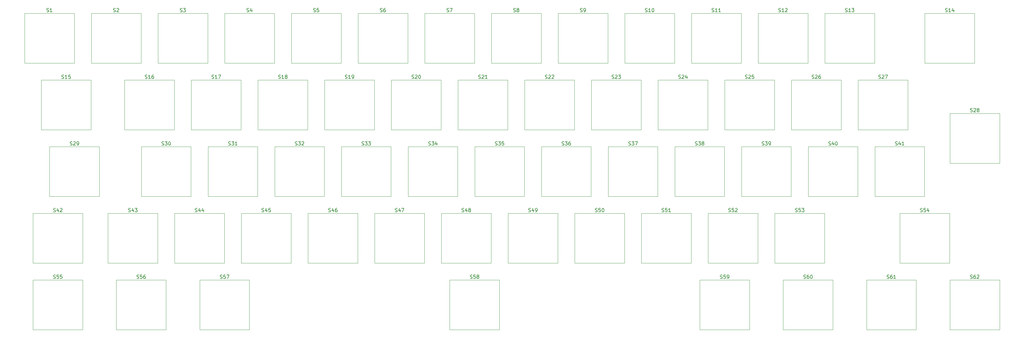
<source format=gbr>
%TF.GenerationSoftware,KiCad,Pcbnew,8.0.3*%
%TF.CreationDate,2024-10-19T17:43:13+08:00*%
%TF.ProjectId,PH60_Rev1,50483630-5f52-4657-9631-2e6b69636164,rev?*%
%TF.SameCoordinates,Original*%
%TF.FileFunction,Legend,Top*%
%TF.FilePolarity,Positive*%
%FSLAX46Y46*%
G04 Gerber Fmt 4.6, Leading zero omitted, Abs format (unit mm)*
G04 Created by KiCad (PCBNEW 8.0.3) date 2024-10-19 17:43:13*
%MOMM*%
%LPD*%
G01*
G04 APERTURE LIST*
%ADD10C,0.150000*%
%ADD11C,0.120000*%
G04 APERTURE END LIST*
D10*
X184499405Y-68607200D02*
X184642262Y-68654819D01*
X184642262Y-68654819D02*
X184880357Y-68654819D01*
X184880357Y-68654819D02*
X184975595Y-68607200D01*
X184975595Y-68607200D02*
X185023214Y-68559580D01*
X185023214Y-68559580D02*
X185070833Y-68464342D01*
X185070833Y-68464342D02*
X185070833Y-68369104D01*
X185070833Y-68369104D02*
X185023214Y-68273866D01*
X185023214Y-68273866D02*
X184975595Y-68226247D01*
X184975595Y-68226247D02*
X184880357Y-68178628D01*
X184880357Y-68178628D02*
X184689881Y-68131009D01*
X184689881Y-68131009D02*
X184594643Y-68083390D01*
X184594643Y-68083390D02*
X184547024Y-68035771D01*
X184547024Y-68035771D02*
X184499405Y-67940533D01*
X184499405Y-67940533D02*
X184499405Y-67845295D01*
X184499405Y-67845295D02*
X184547024Y-67750057D01*
X184547024Y-67750057D02*
X184594643Y-67702438D01*
X184594643Y-67702438D02*
X184689881Y-67654819D01*
X184689881Y-67654819D02*
X184927976Y-67654819D01*
X184927976Y-67654819D02*
X185070833Y-67702438D01*
X185404167Y-67654819D02*
X186023214Y-67654819D01*
X186023214Y-67654819D02*
X185689881Y-68035771D01*
X185689881Y-68035771D02*
X185832738Y-68035771D01*
X185832738Y-68035771D02*
X185927976Y-68083390D01*
X185927976Y-68083390D02*
X185975595Y-68131009D01*
X185975595Y-68131009D02*
X186023214Y-68226247D01*
X186023214Y-68226247D02*
X186023214Y-68464342D01*
X186023214Y-68464342D02*
X185975595Y-68559580D01*
X185975595Y-68559580D02*
X185927976Y-68607200D01*
X185927976Y-68607200D02*
X185832738Y-68654819D01*
X185832738Y-68654819D02*
X185547024Y-68654819D01*
X185547024Y-68654819D02*
X185451786Y-68607200D01*
X185451786Y-68607200D02*
X185404167Y-68559580D01*
X186880357Y-67654819D02*
X186689881Y-67654819D01*
X186689881Y-67654819D02*
X186594643Y-67702438D01*
X186594643Y-67702438D02*
X186547024Y-67750057D01*
X186547024Y-67750057D02*
X186451786Y-67892914D01*
X186451786Y-67892914D02*
X186404167Y-68083390D01*
X186404167Y-68083390D02*
X186404167Y-68464342D01*
X186404167Y-68464342D02*
X186451786Y-68559580D01*
X186451786Y-68559580D02*
X186499405Y-68607200D01*
X186499405Y-68607200D02*
X186594643Y-68654819D01*
X186594643Y-68654819D02*
X186785119Y-68654819D01*
X186785119Y-68654819D02*
X186880357Y-68607200D01*
X186880357Y-68607200D02*
X186927976Y-68559580D01*
X186927976Y-68559580D02*
X186975595Y-68464342D01*
X186975595Y-68464342D02*
X186975595Y-68226247D01*
X186975595Y-68226247D02*
X186927976Y-68131009D01*
X186927976Y-68131009D02*
X186880357Y-68083390D01*
X186880357Y-68083390D02*
X186785119Y-68035771D01*
X186785119Y-68035771D02*
X186594643Y-68035771D01*
X186594643Y-68035771D02*
X186499405Y-68083390D01*
X186499405Y-68083390D02*
X186451786Y-68131009D01*
X186451786Y-68131009D02*
X186404167Y-68226247D01*
X122586905Y-49557200D02*
X122729762Y-49604819D01*
X122729762Y-49604819D02*
X122967857Y-49604819D01*
X122967857Y-49604819D02*
X123063095Y-49557200D01*
X123063095Y-49557200D02*
X123110714Y-49509580D01*
X123110714Y-49509580D02*
X123158333Y-49414342D01*
X123158333Y-49414342D02*
X123158333Y-49319104D01*
X123158333Y-49319104D02*
X123110714Y-49223866D01*
X123110714Y-49223866D02*
X123063095Y-49176247D01*
X123063095Y-49176247D02*
X122967857Y-49128628D01*
X122967857Y-49128628D02*
X122777381Y-49081009D01*
X122777381Y-49081009D02*
X122682143Y-49033390D01*
X122682143Y-49033390D02*
X122634524Y-48985771D01*
X122634524Y-48985771D02*
X122586905Y-48890533D01*
X122586905Y-48890533D02*
X122586905Y-48795295D01*
X122586905Y-48795295D02*
X122634524Y-48700057D01*
X122634524Y-48700057D02*
X122682143Y-48652438D01*
X122682143Y-48652438D02*
X122777381Y-48604819D01*
X122777381Y-48604819D02*
X123015476Y-48604819D01*
X123015476Y-48604819D02*
X123158333Y-48652438D01*
X124110714Y-49604819D02*
X123539286Y-49604819D01*
X123825000Y-49604819D02*
X123825000Y-48604819D01*
X123825000Y-48604819D02*
X123729762Y-48747676D01*
X123729762Y-48747676D02*
X123634524Y-48842914D01*
X123634524Y-48842914D02*
X123539286Y-48890533D01*
X124586905Y-49604819D02*
X124777381Y-49604819D01*
X124777381Y-49604819D02*
X124872619Y-49557200D01*
X124872619Y-49557200D02*
X124920238Y-49509580D01*
X124920238Y-49509580D02*
X125015476Y-49366723D01*
X125015476Y-49366723D02*
X125063095Y-49176247D01*
X125063095Y-49176247D02*
X125063095Y-48795295D01*
X125063095Y-48795295D02*
X125015476Y-48700057D01*
X125015476Y-48700057D02*
X124967857Y-48652438D01*
X124967857Y-48652438D02*
X124872619Y-48604819D01*
X124872619Y-48604819D02*
X124682143Y-48604819D01*
X124682143Y-48604819D02*
X124586905Y-48652438D01*
X124586905Y-48652438D02*
X124539286Y-48700057D01*
X124539286Y-48700057D02*
X124491667Y-48795295D01*
X124491667Y-48795295D02*
X124491667Y-49033390D01*
X124491667Y-49033390D02*
X124539286Y-49128628D01*
X124539286Y-49128628D02*
X124586905Y-49176247D01*
X124586905Y-49176247D02*
X124682143Y-49223866D01*
X124682143Y-49223866D02*
X124872619Y-49223866D01*
X124872619Y-49223866D02*
X124967857Y-49176247D01*
X124967857Y-49176247D02*
X125015476Y-49128628D01*
X125015476Y-49128628D02*
X125063095Y-49033390D01*
X165449405Y-68607200D02*
X165592262Y-68654819D01*
X165592262Y-68654819D02*
X165830357Y-68654819D01*
X165830357Y-68654819D02*
X165925595Y-68607200D01*
X165925595Y-68607200D02*
X165973214Y-68559580D01*
X165973214Y-68559580D02*
X166020833Y-68464342D01*
X166020833Y-68464342D02*
X166020833Y-68369104D01*
X166020833Y-68369104D02*
X165973214Y-68273866D01*
X165973214Y-68273866D02*
X165925595Y-68226247D01*
X165925595Y-68226247D02*
X165830357Y-68178628D01*
X165830357Y-68178628D02*
X165639881Y-68131009D01*
X165639881Y-68131009D02*
X165544643Y-68083390D01*
X165544643Y-68083390D02*
X165497024Y-68035771D01*
X165497024Y-68035771D02*
X165449405Y-67940533D01*
X165449405Y-67940533D02*
X165449405Y-67845295D01*
X165449405Y-67845295D02*
X165497024Y-67750057D01*
X165497024Y-67750057D02*
X165544643Y-67702438D01*
X165544643Y-67702438D02*
X165639881Y-67654819D01*
X165639881Y-67654819D02*
X165877976Y-67654819D01*
X165877976Y-67654819D02*
X166020833Y-67702438D01*
X166354167Y-67654819D02*
X166973214Y-67654819D01*
X166973214Y-67654819D02*
X166639881Y-68035771D01*
X166639881Y-68035771D02*
X166782738Y-68035771D01*
X166782738Y-68035771D02*
X166877976Y-68083390D01*
X166877976Y-68083390D02*
X166925595Y-68131009D01*
X166925595Y-68131009D02*
X166973214Y-68226247D01*
X166973214Y-68226247D02*
X166973214Y-68464342D01*
X166973214Y-68464342D02*
X166925595Y-68559580D01*
X166925595Y-68559580D02*
X166877976Y-68607200D01*
X166877976Y-68607200D02*
X166782738Y-68654819D01*
X166782738Y-68654819D02*
X166497024Y-68654819D01*
X166497024Y-68654819D02*
X166401786Y-68607200D01*
X166401786Y-68607200D02*
X166354167Y-68559580D01*
X167877976Y-67654819D02*
X167401786Y-67654819D01*
X167401786Y-67654819D02*
X167354167Y-68131009D01*
X167354167Y-68131009D02*
X167401786Y-68083390D01*
X167401786Y-68083390D02*
X167497024Y-68035771D01*
X167497024Y-68035771D02*
X167735119Y-68035771D01*
X167735119Y-68035771D02*
X167830357Y-68083390D01*
X167830357Y-68083390D02*
X167877976Y-68131009D01*
X167877976Y-68131009D02*
X167925595Y-68226247D01*
X167925595Y-68226247D02*
X167925595Y-68464342D01*
X167925595Y-68464342D02*
X167877976Y-68559580D01*
X167877976Y-68559580D02*
X167830357Y-68607200D01*
X167830357Y-68607200D02*
X167735119Y-68654819D01*
X167735119Y-68654819D02*
X167497024Y-68654819D01*
X167497024Y-68654819D02*
X167401786Y-68607200D01*
X167401786Y-68607200D02*
X167354167Y-68559580D01*
X301180655Y-59082200D02*
X301323512Y-59129819D01*
X301323512Y-59129819D02*
X301561607Y-59129819D01*
X301561607Y-59129819D02*
X301656845Y-59082200D01*
X301656845Y-59082200D02*
X301704464Y-59034580D01*
X301704464Y-59034580D02*
X301752083Y-58939342D01*
X301752083Y-58939342D02*
X301752083Y-58844104D01*
X301752083Y-58844104D02*
X301704464Y-58748866D01*
X301704464Y-58748866D02*
X301656845Y-58701247D01*
X301656845Y-58701247D02*
X301561607Y-58653628D01*
X301561607Y-58653628D02*
X301371131Y-58606009D01*
X301371131Y-58606009D02*
X301275893Y-58558390D01*
X301275893Y-58558390D02*
X301228274Y-58510771D01*
X301228274Y-58510771D02*
X301180655Y-58415533D01*
X301180655Y-58415533D02*
X301180655Y-58320295D01*
X301180655Y-58320295D02*
X301228274Y-58225057D01*
X301228274Y-58225057D02*
X301275893Y-58177438D01*
X301275893Y-58177438D02*
X301371131Y-58129819D01*
X301371131Y-58129819D02*
X301609226Y-58129819D01*
X301609226Y-58129819D02*
X301752083Y-58177438D01*
X302133036Y-58225057D02*
X302180655Y-58177438D01*
X302180655Y-58177438D02*
X302275893Y-58129819D01*
X302275893Y-58129819D02*
X302513988Y-58129819D01*
X302513988Y-58129819D02*
X302609226Y-58177438D01*
X302609226Y-58177438D02*
X302656845Y-58225057D01*
X302656845Y-58225057D02*
X302704464Y-58320295D01*
X302704464Y-58320295D02*
X302704464Y-58415533D01*
X302704464Y-58415533D02*
X302656845Y-58558390D01*
X302656845Y-58558390D02*
X302085417Y-59129819D01*
X302085417Y-59129819D02*
X302704464Y-59129819D01*
X303275893Y-58558390D02*
X303180655Y-58510771D01*
X303180655Y-58510771D02*
X303133036Y-58463152D01*
X303133036Y-58463152D02*
X303085417Y-58367914D01*
X303085417Y-58367914D02*
X303085417Y-58320295D01*
X303085417Y-58320295D02*
X303133036Y-58225057D01*
X303133036Y-58225057D02*
X303180655Y-58177438D01*
X303180655Y-58177438D02*
X303275893Y-58129819D01*
X303275893Y-58129819D02*
X303466369Y-58129819D01*
X303466369Y-58129819D02*
X303561607Y-58177438D01*
X303561607Y-58177438D02*
X303609226Y-58225057D01*
X303609226Y-58225057D02*
X303656845Y-58320295D01*
X303656845Y-58320295D02*
X303656845Y-58367914D01*
X303656845Y-58367914D02*
X303609226Y-58463152D01*
X303609226Y-58463152D02*
X303561607Y-58510771D01*
X303561607Y-58510771D02*
X303466369Y-58558390D01*
X303466369Y-58558390D02*
X303275893Y-58558390D01*
X303275893Y-58558390D02*
X303180655Y-58606009D01*
X303180655Y-58606009D02*
X303133036Y-58653628D01*
X303133036Y-58653628D02*
X303085417Y-58748866D01*
X303085417Y-58748866D02*
X303085417Y-58939342D01*
X303085417Y-58939342D02*
X303133036Y-59034580D01*
X303133036Y-59034580D02*
X303180655Y-59082200D01*
X303180655Y-59082200D02*
X303275893Y-59129819D01*
X303275893Y-59129819D02*
X303466369Y-59129819D01*
X303466369Y-59129819D02*
X303561607Y-59082200D01*
X303561607Y-59082200D02*
X303609226Y-59034580D01*
X303609226Y-59034580D02*
X303656845Y-58939342D01*
X303656845Y-58939342D02*
X303656845Y-58748866D01*
X303656845Y-58748866D02*
X303609226Y-58653628D01*
X303609226Y-58653628D02*
X303561607Y-58606009D01*
X303561607Y-58606009D02*
X303466369Y-58558390D01*
X265461905Y-30507200D02*
X265604762Y-30554819D01*
X265604762Y-30554819D02*
X265842857Y-30554819D01*
X265842857Y-30554819D02*
X265938095Y-30507200D01*
X265938095Y-30507200D02*
X265985714Y-30459580D01*
X265985714Y-30459580D02*
X266033333Y-30364342D01*
X266033333Y-30364342D02*
X266033333Y-30269104D01*
X266033333Y-30269104D02*
X265985714Y-30173866D01*
X265985714Y-30173866D02*
X265938095Y-30126247D01*
X265938095Y-30126247D02*
X265842857Y-30078628D01*
X265842857Y-30078628D02*
X265652381Y-30031009D01*
X265652381Y-30031009D02*
X265557143Y-29983390D01*
X265557143Y-29983390D02*
X265509524Y-29935771D01*
X265509524Y-29935771D02*
X265461905Y-29840533D01*
X265461905Y-29840533D02*
X265461905Y-29745295D01*
X265461905Y-29745295D02*
X265509524Y-29650057D01*
X265509524Y-29650057D02*
X265557143Y-29602438D01*
X265557143Y-29602438D02*
X265652381Y-29554819D01*
X265652381Y-29554819D02*
X265890476Y-29554819D01*
X265890476Y-29554819D02*
X266033333Y-29602438D01*
X266985714Y-30554819D02*
X266414286Y-30554819D01*
X266700000Y-30554819D02*
X266700000Y-29554819D01*
X266700000Y-29554819D02*
X266604762Y-29697676D01*
X266604762Y-29697676D02*
X266509524Y-29792914D01*
X266509524Y-29792914D02*
X266414286Y-29840533D01*
X267319048Y-29554819D02*
X267938095Y-29554819D01*
X267938095Y-29554819D02*
X267604762Y-29935771D01*
X267604762Y-29935771D02*
X267747619Y-29935771D01*
X267747619Y-29935771D02*
X267842857Y-29983390D01*
X267842857Y-29983390D02*
X267890476Y-30031009D01*
X267890476Y-30031009D02*
X267938095Y-30126247D01*
X267938095Y-30126247D02*
X267938095Y-30364342D01*
X267938095Y-30364342D02*
X267890476Y-30459580D01*
X267890476Y-30459580D02*
X267842857Y-30507200D01*
X267842857Y-30507200D02*
X267747619Y-30554819D01*
X267747619Y-30554819D02*
X267461905Y-30554819D01*
X267461905Y-30554819D02*
X267366667Y-30507200D01*
X267366667Y-30507200D02*
X267319048Y-30459580D01*
X56388095Y-30507200D02*
X56530952Y-30554819D01*
X56530952Y-30554819D02*
X56769047Y-30554819D01*
X56769047Y-30554819D02*
X56864285Y-30507200D01*
X56864285Y-30507200D02*
X56911904Y-30459580D01*
X56911904Y-30459580D02*
X56959523Y-30364342D01*
X56959523Y-30364342D02*
X56959523Y-30269104D01*
X56959523Y-30269104D02*
X56911904Y-30173866D01*
X56911904Y-30173866D02*
X56864285Y-30126247D01*
X56864285Y-30126247D02*
X56769047Y-30078628D01*
X56769047Y-30078628D02*
X56578571Y-30031009D01*
X56578571Y-30031009D02*
X56483333Y-29983390D01*
X56483333Y-29983390D02*
X56435714Y-29935771D01*
X56435714Y-29935771D02*
X56388095Y-29840533D01*
X56388095Y-29840533D02*
X56388095Y-29745295D01*
X56388095Y-29745295D02*
X56435714Y-29650057D01*
X56435714Y-29650057D02*
X56483333Y-29602438D01*
X56483333Y-29602438D02*
X56578571Y-29554819D01*
X56578571Y-29554819D02*
X56816666Y-29554819D01*
X56816666Y-29554819D02*
X56959523Y-29602438D01*
X57340476Y-29650057D02*
X57388095Y-29602438D01*
X57388095Y-29602438D02*
X57483333Y-29554819D01*
X57483333Y-29554819D02*
X57721428Y-29554819D01*
X57721428Y-29554819D02*
X57816666Y-29602438D01*
X57816666Y-29602438D02*
X57864285Y-29650057D01*
X57864285Y-29650057D02*
X57911904Y-29745295D01*
X57911904Y-29745295D02*
X57911904Y-29840533D01*
X57911904Y-29840533D02*
X57864285Y-29983390D01*
X57864285Y-29983390D02*
X57292857Y-30554819D01*
X57292857Y-30554819D02*
X57911904Y-30554819D01*
X174974405Y-87657200D02*
X175117262Y-87704819D01*
X175117262Y-87704819D02*
X175355357Y-87704819D01*
X175355357Y-87704819D02*
X175450595Y-87657200D01*
X175450595Y-87657200D02*
X175498214Y-87609580D01*
X175498214Y-87609580D02*
X175545833Y-87514342D01*
X175545833Y-87514342D02*
X175545833Y-87419104D01*
X175545833Y-87419104D02*
X175498214Y-87323866D01*
X175498214Y-87323866D02*
X175450595Y-87276247D01*
X175450595Y-87276247D02*
X175355357Y-87228628D01*
X175355357Y-87228628D02*
X175164881Y-87181009D01*
X175164881Y-87181009D02*
X175069643Y-87133390D01*
X175069643Y-87133390D02*
X175022024Y-87085771D01*
X175022024Y-87085771D02*
X174974405Y-86990533D01*
X174974405Y-86990533D02*
X174974405Y-86895295D01*
X174974405Y-86895295D02*
X175022024Y-86800057D01*
X175022024Y-86800057D02*
X175069643Y-86752438D01*
X175069643Y-86752438D02*
X175164881Y-86704819D01*
X175164881Y-86704819D02*
X175402976Y-86704819D01*
X175402976Y-86704819D02*
X175545833Y-86752438D01*
X176402976Y-87038152D02*
X176402976Y-87704819D01*
X176164881Y-86657200D02*
X175926786Y-87371485D01*
X175926786Y-87371485D02*
X176545833Y-87371485D01*
X176974405Y-87704819D02*
X177164881Y-87704819D01*
X177164881Y-87704819D02*
X177260119Y-87657200D01*
X177260119Y-87657200D02*
X177307738Y-87609580D01*
X177307738Y-87609580D02*
X177402976Y-87466723D01*
X177402976Y-87466723D02*
X177450595Y-87276247D01*
X177450595Y-87276247D02*
X177450595Y-86895295D01*
X177450595Y-86895295D02*
X177402976Y-86800057D01*
X177402976Y-86800057D02*
X177355357Y-86752438D01*
X177355357Y-86752438D02*
X177260119Y-86704819D01*
X177260119Y-86704819D02*
X177069643Y-86704819D01*
X177069643Y-86704819D02*
X176974405Y-86752438D01*
X176974405Y-86752438D02*
X176926786Y-86800057D01*
X176926786Y-86800057D02*
X176879167Y-86895295D01*
X176879167Y-86895295D02*
X176879167Y-87133390D01*
X176879167Y-87133390D02*
X176926786Y-87228628D01*
X176926786Y-87228628D02*
X176974405Y-87276247D01*
X176974405Y-87276247D02*
X177069643Y-87323866D01*
X177069643Y-87323866D02*
X177260119Y-87323866D01*
X177260119Y-87323866D02*
X177355357Y-87276247D01*
X177355357Y-87276247D02*
X177402976Y-87228628D01*
X177402976Y-87228628D02*
X177450595Y-87133390D01*
X286893155Y-87657200D02*
X287036012Y-87704819D01*
X287036012Y-87704819D02*
X287274107Y-87704819D01*
X287274107Y-87704819D02*
X287369345Y-87657200D01*
X287369345Y-87657200D02*
X287416964Y-87609580D01*
X287416964Y-87609580D02*
X287464583Y-87514342D01*
X287464583Y-87514342D02*
X287464583Y-87419104D01*
X287464583Y-87419104D02*
X287416964Y-87323866D01*
X287416964Y-87323866D02*
X287369345Y-87276247D01*
X287369345Y-87276247D02*
X287274107Y-87228628D01*
X287274107Y-87228628D02*
X287083631Y-87181009D01*
X287083631Y-87181009D02*
X286988393Y-87133390D01*
X286988393Y-87133390D02*
X286940774Y-87085771D01*
X286940774Y-87085771D02*
X286893155Y-86990533D01*
X286893155Y-86990533D02*
X286893155Y-86895295D01*
X286893155Y-86895295D02*
X286940774Y-86800057D01*
X286940774Y-86800057D02*
X286988393Y-86752438D01*
X286988393Y-86752438D02*
X287083631Y-86704819D01*
X287083631Y-86704819D02*
X287321726Y-86704819D01*
X287321726Y-86704819D02*
X287464583Y-86752438D01*
X288369345Y-86704819D02*
X287893155Y-86704819D01*
X287893155Y-86704819D02*
X287845536Y-87181009D01*
X287845536Y-87181009D02*
X287893155Y-87133390D01*
X287893155Y-87133390D02*
X287988393Y-87085771D01*
X287988393Y-87085771D02*
X288226488Y-87085771D01*
X288226488Y-87085771D02*
X288321726Y-87133390D01*
X288321726Y-87133390D02*
X288369345Y-87181009D01*
X288369345Y-87181009D02*
X288416964Y-87276247D01*
X288416964Y-87276247D02*
X288416964Y-87514342D01*
X288416964Y-87514342D02*
X288369345Y-87609580D01*
X288369345Y-87609580D02*
X288321726Y-87657200D01*
X288321726Y-87657200D02*
X288226488Y-87704819D01*
X288226488Y-87704819D02*
X287988393Y-87704819D01*
X287988393Y-87704819D02*
X287893155Y-87657200D01*
X287893155Y-87657200D02*
X287845536Y-87609580D01*
X289274107Y-87038152D02*
X289274107Y-87704819D01*
X289036012Y-86657200D02*
X288797917Y-87371485D01*
X288797917Y-87371485D02*
X289416964Y-87371485D01*
X44005655Y-68607200D02*
X44148512Y-68654819D01*
X44148512Y-68654819D02*
X44386607Y-68654819D01*
X44386607Y-68654819D02*
X44481845Y-68607200D01*
X44481845Y-68607200D02*
X44529464Y-68559580D01*
X44529464Y-68559580D02*
X44577083Y-68464342D01*
X44577083Y-68464342D02*
X44577083Y-68369104D01*
X44577083Y-68369104D02*
X44529464Y-68273866D01*
X44529464Y-68273866D02*
X44481845Y-68226247D01*
X44481845Y-68226247D02*
X44386607Y-68178628D01*
X44386607Y-68178628D02*
X44196131Y-68131009D01*
X44196131Y-68131009D02*
X44100893Y-68083390D01*
X44100893Y-68083390D02*
X44053274Y-68035771D01*
X44053274Y-68035771D02*
X44005655Y-67940533D01*
X44005655Y-67940533D02*
X44005655Y-67845295D01*
X44005655Y-67845295D02*
X44053274Y-67750057D01*
X44053274Y-67750057D02*
X44100893Y-67702438D01*
X44100893Y-67702438D02*
X44196131Y-67654819D01*
X44196131Y-67654819D02*
X44434226Y-67654819D01*
X44434226Y-67654819D02*
X44577083Y-67702438D01*
X44958036Y-67750057D02*
X45005655Y-67702438D01*
X45005655Y-67702438D02*
X45100893Y-67654819D01*
X45100893Y-67654819D02*
X45338988Y-67654819D01*
X45338988Y-67654819D02*
X45434226Y-67702438D01*
X45434226Y-67702438D02*
X45481845Y-67750057D01*
X45481845Y-67750057D02*
X45529464Y-67845295D01*
X45529464Y-67845295D02*
X45529464Y-67940533D01*
X45529464Y-67940533D02*
X45481845Y-68083390D01*
X45481845Y-68083390D02*
X44910417Y-68654819D01*
X44910417Y-68654819D02*
X45529464Y-68654819D01*
X46005655Y-68654819D02*
X46196131Y-68654819D01*
X46196131Y-68654819D02*
X46291369Y-68607200D01*
X46291369Y-68607200D02*
X46338988Y-68559580D01*
X46338988Y-68559580D02*
X46434226Y-68416723D01*
X46434226Y-68416723D02*
X46481845Y-68226247D01*
X46481845Y-68226247D02*
X46481845Y-67845295D01*
X46481845Y-67845295D02*
X46434226Y-67750057D01*
X46434226Y-67750057D02*
X46386607Y-67702438D01*
X46386607Y-67702438D02*
X46291369Y-67654819D01*
X46291369Y-67654819D02*
X46100893Y-67654819D01*
X46100893Y-67654819D02*
X46005655Y-67702438D01*
X46005655Y-67702438D02*
X45958036Y-67750057D01*
X45958036Y-67750057D02*
X45910417Y-67845295D01*
X45910417Y-67845295D02*
X45910417Y-68083390D01*
X45910417Y-68083390D02*
X45958036Y-68178628D01*
X45958036Y-68178628D02*
X46005655Y-68226247D01*
X46005655Y-68226247D02*
X46100893Y-68273866D01*
X46100893Y-68273866D02*
X46291369Y-68273866D01*
X46291369Y-68273866D02*
X46386607Y-68226247D01*
X46386607Y-68226247D02*
X46434226Y-68178628D01*
X46434226Y-68178628D02*
X46481845Y-68083390D01*
X236886905Y-49557200D02*
X237029762Y-49604819D01*
X237029762Y-49604819D02*
X237267857Y-49604819D01*
X237267857Y-49604819D02*
X237363095Y-49557200D01*
X237363095Y-49557200D02*
X237410714Y-49509580D01*
X237410714Y-49509580D02*
X237458333Y-49414342D01*
X237458333Y-49414342D02*
X237458333Y-49319104D01*
X237458333Y-49319104D02*
X237410714Y-49223866D01*
X237410714Y-49223866D02*
X237363095Y-49176247D01*
X237363095Y-49176247D02*
X237267857Y-49128628D01*
X237267857Y-49128628D02*
X237077381Y-49081009D01*
X237077381Y-49081009D02*
X236982143Y-49033390D01*
X236982143Y-49033390D02*
X236934524Y-48985771D01*
X236934524Y-48985771D02*
X236886905Y-48890533D01*
X236886905Y-48890533D02*
X236886905Y-48795295D01*
X236886905Y-48795295D02*
X236934524Y-48700057D01*
X236934524Y-48700057D02*
X236982143Y-48652438D01*
X236982143Y-48652438D02*
X237077381Y-48604819D01*
X237077381Y-48604819D02*
X237315476Y-48604819D01*
X237315476Y-48604819D02*
X237458333Y-48652438D01*
X237839286Y-48700057D02*
X237886905Y-48652438D01*
X237886905Y-48652438D02*
X237982143Y-48604819D01*
X237982143Y-48604819D02*
X238220238Y-48604819D01*
X238220238Y-48604819D02*
X238315476Y-48652438D01*
X238315476Y-48652438D02*
X238363095Y-48700057D01*
X238363095Y-48700057D02*
X238410714Y-48795295D01*
X238410714Y-48795295D02*
X238410714Y-48890533D01*
X238410714Y-48890533D02*
X238363095Y-49033390D01*
X238363095Y-49033390D02*
X237791667Y-49604819D01*
X237791667Y-49604819D02*
X238410714Y-49604819D01*
X239315476Y-48604819D02*
X238839286Y-48604819D01*
X238839286Y-48604819D02*
X238791667Y-49081009D01*
X238791667Y-49081009D02*
X238839286Y-49033390D01*
X238839286Y-49033390D02*
X238934524Y-48985771D01*
X238934524Y-48985771D02*
X239172619Y-48985771D01*
X239172619Y-48985771D02*
X239267857Y-49033390D01*
X239267857Y-49033390D02*
X239315476Y-49081009D01*
X239315476Y-49081009D02*
X239363095Y-49176247D01*
X239363095Y-49176247D02*
X239363095Y-49414342D01*
X239363095Y-49414342D02*
X239315476Y-49509580D01*
X239315476Y-49509580D02*
X239267857Y-49557200D01*
X239267857Y-49557200D02*
X239172619Y-49604819D01*
X239172619Y-49604819D02*
X238934524Y-49604819D01*
X238934524Y-49604819D02*
X238839286Y-49557200D01*
X238839286Y-49557200D02*
X238791667Y-49509580D01*
X39243155Y-106707200D02*
X39386012Y-106754819D01*
X39386012Y-106754819D02*
X39624107Y-106754819D01*
X39624107Y-106754819D02*
X39719345Y-106707200D01*
X39719345Y-106707200D02*
X39766964Y-106659580D01*
X39766964Y-106659580D02*
X39814583Y-106564342D01*
X39814583Y-106564342D02*
X39814583Y-106469104D01*
X39814583Y-106469104D02*
X39766964Y-106373866D01*
X39766964Y-106373866D02*
X39719345Y-106326247D01*
X39719345Y-106326247D02*
X39624107Y-106278628D01*
X39624107Y-106278628D02*
X39433631Y-106231009D01*
X39433631Y-106231009D02*
X39338393Y-106183390D01*
X39338393Y-106183390D02*
X39290774Y-106135771D01*
X39290774Y-106135771D02*
X39243155Y-106040533D01*
X39243155Y-106040533D02*
X39243155Y-105945295D01*
X39243155Y-105945295D02*
X39290774Y-105850057D01*
X39290774Y-105850057D02*
X39338393Y-105802438D01*
X39338393Y-105802438D02*
X39433631Y-105754819D01*
X39433631Y-105754819D02*
X39671726Y-105754819D01*
X39671726Y-105754819D02*
X39814583Y-105802438D01*
X40719345Y-105754819D02*
X40243155Y-105754819D01*
X40243155Y-105754819D02*
X40195536Y-106231009D01*
X40195536Y-106231009D02*
X40243155Y-106183390D01*
X40243155Y-106183390D02*
X40338393Y-106135771D01*
X40338393Y-106135771D02*
X40576488Y-106135771D01*
X40576488Y-106135771D02*
X40671726Y-106183390D01*
X40671726Y-106183390D02*
X40719345Y-106231009D01*
X40719345Y-106231009D02*
X40766964Y-106326247D01*
X40766964Y-106326247D02*
X40766964Y-106564342D01*
X40766964Y-106564342D02*
X40719345Y-106659580D01*
X40719345Y-106659580D02*
X40671726Y-106707200D01*
X40671726Y-106707200D02*
X40576488Y-106754819D01*
X40576488Y-106754819D02*
X40338393Y-106754819D01*
X40338393Y-106754819D02*
X40243155Y-106707200D01*
X40243155Y-106707200D02*
X40195536Y-106659580D01*
X41671726Y-105754819D02*
X41195536Y-105754819D01*
X41195536Y-105754819D02*
X41147917Y-106231009D01*
X41147917Y-106231009D02*
X41195536Y-106183390D01*
X41195536Y-106183390D02*
X41290774Y-106135771D01*
X41290774Y-106135771D02*
X41528869Y-106135771D01*
X41528869Y-106135771D02*
X41624107Y-106183390D01*
X41624107Y-106183390D02*
X41671726Y-106231009D01*
X41671726Y-106231009D02*
X41719345Y-106326247D01*
X41719345Y-106326247D02*
X41719345Y-106564342D01*
X41719345Y-106564342D02*
X41671726Y-106659580D01*
X41671726Y-106659580D02*
X41624107Y-106707200D01*
X41624107Y-106707200D02*
X41528869Y-106754819D01*
X41528869Y-106754819D02*
X41290774Y-106754819D01*
X41290774Y-106754819D02*
X41195536Y-106707200D01*
X41195536Y-106707200D02*
X41147917Y-106659580D01*
X255936905Y-49557200D02*
X256079762Y-49604819D01*
X256079762Y-49604819D02*
X256317857Y-49604819D01*
X256317857Y-49604819D02*
X256413095Y-49557200D01*
X256413095Y-49557200D02*
X256460714Y-49509580D01*
X256460714Y-49509580D02*
X256508333Y-49414342D01*
X256508333Y-49414342D02*
X256508333Y-49319104D01*
X256508333Y-49319104D02*
X256460714Y-49223866D01*
X256460714Y-49223866D02*
X256413095Y-49176247D01*
X256413095Y-49176247D02*
X256317857Y-49128628D01*
X256317857Y-49128628D02*
X256127381Y-49081009D01*
X256127381Y-49081009D02*
X256032143Y-49033390D01*
X256032143Y-49033390D02*
X255984524Y-48985771D01*
X255984524Y-48985771D02*
X255936905Y-48890533D01*
X255936905Y-48890533D02*
X255936905Y-48795295D01*
X255936905Y-48795295D02*
X255984524Y-48700057D01*
X255984524Y-48700057D02*
X256032143Y-48652438D01*
X256032143Y-48652438D02*
X256127381Y-48604819D01*
X256127381Y-48604819D02*
X256365476Y-48604819D01*
X256365476Y-48604819D02*
X256508333Y-48652438D01*
X256889286Y-48700057D02*
X256936905Y-48652438D01*
X256936905Y-48652438D02*
X257032143Y-48604819D01*
X257032143Y-48604819D02*
X257270238Y-48604819D01*
X257270238Y-48604819D02*
X257365476Y-48652438D01*
X257365476Y-48652438D02*
X257413095Y-48700057D01*
X257413095Y-48700057D02*
X257460714Y-48795295D01*
X257460714Y-48795295D02*
X257460714Y-48890533D01*
X257460714Y-48890533D02*
X257413095Y-49033390D01*
X257413095Y-49033390D02*
X256841667Y-49604819D01*
X256841667Y-49604819D02*
X257460714Y-49604819D01*
X258317857Y-48604819D02*
X258127381Y-48604819D01*
X258127381Y-48604819D02*
X258032143Y-48652438D01*
X258032143Y-48652438D02*
X257984524Y-48700057D01*
X257984524Y-48700057D02*
X257889286Y-48842914D01*
X257889286Y-48842914D02*
X257841667Y-49033390D01*
X257841667Y-49033390D02*
X257841667Y-49414342D01*
X257841667Y-49414342D02*
X257889286Y-49509580D01*
X257889286Y-49509580D02*
X257936905Y-49557200D01*
X257936905Y-49557200D02*
X258032143Y-49604819D01*
X258032143Y-49604819D02*
X258222619Y-49604819D01*
X258222619Y-49604819D02*
X258317857Y-49557200D01*
X258317857Y-49557200D02*
X258365476Y-49509580D01*
X258365476Y-49509580D02*
X258413095Y-49414342D01*
X258413095Y-49414342D02*
X258413095Y-49176247D01*
X258413095Y-49176247D02*
X258365476Y-49081009D01*
X258365476Y-49081009D02*
X258317857Y-49033390D01*
X258317857Y-49033390D02*
X258222619Y-48985771D01*
X258222619Y-48985771D02*
X258032143Y-48985771D01*
X258032143Y-48985771D02*
X257936905Y-49033390D01*
X257936905Y-49033390D02*
X257889286Y-49081009D01*
X257889286Y-49081009D02*
X257841667Y-49176247D01*
X301180655Y-106707200D02*
X301323512Y-106754819D01*
X301323512Y-106754819D02*
X301561607Y-106754819D01*
X301561607Y-106754819D02*
X301656845Y-106707200D01*
X301656845Y-106707200D02*
X301704464Y-106659580D01*
X301704464Y-106659580D02*
X301752083Y-106564342D01*
X301752083Y-106564342D02*
X301752083Y-106469104D01*
X301752083Y-106469104D02*
X301704464Y-106373866D01*
X301704464Y-106373866D02*
X301656845Y-106326247D01*
X301656845Y-106326247D02*
X301561607Y-106278628D01*
X301561607Y-106278628D02*
X301371131Y-106231009D01*
X301371131Y-106231009D02*
X301275893Y-106183390D01*
X301275893Y-106183390D02*
X301228274Y-106135771D01*
X301228274Y-106135771D02*
X301180655Y-106040533D01*
X301180655Y-106040533D02*
X301180655Y-105945295D01*
X301180655Y-105945295D02*
X301228274Y-105850057D01*
X301228274Y-105850057D02*
X301275893Y-105802438D01*
X301275893Y-105802438D02*
X301371131Y-105754819D01*
X301371131Y-105754819D02*
X301609226Y-105754819D01*
X301609226Y-105754819D02*
X301752083Y-105802438D01*
X302609226Y-105754819D02*
X302418750Y-105754819D01*
X302418750Y-105754819D02*
X302323512Y-105802438D01*
X302323512Y-105802438D02*
X302275893Y-105850057D01*
X302275893Y-105850057D02*
X302180655Y-105992914D01*
X302180655Y-105992914D02*
X302133036Y-106183390D01*
X302133036Y-106183390D02*
X302133036Y-106564342D01*
X302133036Y-106564342D02*
X302180655Y-106659580D01*
X302180655Y-106659580D02*
X302228274Y-106707200D01*
X302228274Y-106707200D02*
X302323512Y-106754819D01*
X302323512Y-106754819D02*
X302513988Y-106754819D01*
X302513988Y-106754819D02*
X302609226Y-106707200D01*
X302609226Y-106707200D02*
X302656845Y-106659580D01*
X302656845Y-106659580D02*
X302704464Y-106564342D01*
X302704464Y-106564342D02*
X302704464Y-106326247D01*
X302704464Y-106326247D02*
X302656845Y-106231009D01*
X302656845Y-106231009D02*
X302609226Y-106183390D01*
X302609226Y-106183390D02*
X302513988Y-106135771D01*
X302513988Y-106135771D02*
X302323512Y-106135771D01*
X302323512Y-106135771D02*
X302228274Y-106183390D01*
X302228274Y-106183390D02*
X302180655Y-106231009D01*
X302180655Y-106231009D02*
X302133036Y-106326247D01*
X303085417Y-105850057D02*
X303133036Y-105802438D01*
X303133036Y-105802438D02*
X303228274Y-105754819D01*
X303228274Y-105754819D02*
X303466369Y-105754819D01*
X303466369Y-105754819D02*
X303561607Y-105802438D01*
X303561607Y-105802438D02*
X303609226Y-105850057D01*
X303609226Y-105850057D02*
X303656845Y-105945295D01*
X303656845Y-105945295D02*
X303656845Y-106040533D01*
X303656845Y-106040533D02*
X303609226Y-106183390D01*
X303609226Y-106183390D02*
X303037798Y-106754819D01*
X303037798Y-106754819D02*
X303656845Y-106754819D01*
X89249405Y-68607200D02*
X89392262Y-68654819D01*
X89392262Y-68654819D02*
X89630357Y-68654819D01*
X89630357Y-68654819D02*
X89725595Y-68607200D01*
X89725595Y-68607200D02*
X89773214Y-68559580D01*
X89773214Y-68559580D02*
X89820833Y-68464342D01*
X89820833Y-68464342D02*
X89820833Y-68369104D01*
X89820833Y-68369104D02*
X89773214Y-68273866D01*
X89773214Y-68273866D02*
X89725595Y-68226247D01*
X89725595Y-68226247D02*
X89630357Y-68178628D01*
X89630357Y-68178628D02*
X89439881Y-68131009D01*
X89439881Y-68131009D02*
X89344643Y-68083390D01*
X89344643Y-68083390D02*
X89297024Y-68035771D01*
X89297024Y-68035771D02*
X89249405Y-67940533D01*
X89249405Y-67940533D02*
X89249405Y-67845295D01*
X89249405Y-67845295D02*
X89297024Y-67750057D01*
X89297024Y-67750057D02*
X89344643Y-67702438D01*
X89344643Y-67702438D02*
X89439881Y-67654819D01*
X89439881Y-67654819D02*
X89677976Y-67654819D01*
X89677976Y-67654819D02*
X89820833Y-67702438D01*
X90154167Y-67654819D02*
X90773214Y-67654819D01*
X90773214Y-67654819D02*
X90439881Y-68035771D01*
X90439881Y-68035771D02*
X90582738Y-68035771D01*
X90582738Y-68035771D02*
X90677976Y-68083390D01*
X90677976Y-68083390D02*
X90725595Y-68131009D01*
X90725595Y-68131009D02*
X90773214Y-68226247D01*
X90773214Y-68226247D02*
X90773214Y-68464342D01*
X90773214Y-68464342D02*
X90725595Y-68559580D01*
X90725595Y-68559580D02*
X90677976Y-68607200D01*
X90677976Y-68607200D02*
X90582738Y-68654819D01*
X90582738Y-68654819D02*
X90297024Y-68654819D01*
X90297024Y-68654819D02*
X90201786Y-68607200D01*
X90201786Y-68607200D02*
X90154167Y-68559580D01*
X91725595Y-68654819D02*
X91154167Y-68654819D01*
X91439881Y-68654819D02*
X91439881Y-67654819D01*
X91439881Y-67654819D02*
X91344643Y-67797676D01*
X91344643Y-67797676D02*
X91249405Y-67892914D01*
X91249405Y-67892914D02*
X91154167Y-67940533D01*
X79724405Y-87657200D02*
X79867262Y-87704819D01*
X79867262Y-87704819D02*
X80105357Y-87704819D01*
X80105357Y-87704819D02*
X80200595Y-87657200D01*
X80200595Y-87657200D02*
X80248214Y-87609580D01*
X80248214Y-87609580D02*
X80295833Y-87514342D01*
X80295833Y-87514342D02*
X80295833Y-87419104D01*
X80295833Y-87419104D02*
X80248214Y-87323866D01*
X80248214Y-87323866D02*
X80200595Y-87276247D01*
X80200595Y-87276247D02*
X80105357Y-87228628D01*
X80105357Y-87228628D02*
X79914881Y-87181009D01*
X79914881Y-87181009D02*
X79819643Y-87133390D01*
X79819643Y-87133390D02*
X79772024Y-87085771D01*
X79772024Y-87085771D02*
X79724405Y-86990533D01*
X79724405Y-86990533D02*
X79724405Y-86895295D01*
X79724405Y-86895295D02*
X79772024Y-86800057D01*
X79772024Y-86800057D02*
X79819643Y-86752438D01*
X79819643Y-86752438D02*
X79914881Y-86704819D01*
X79914881Y-86704819D02*
X80152976Y-86704819D01*
X80152976Y-86704819D02*
X80295833Y-86752438D01*
X81152976Y-87038152D02*
X81152976Y-87704819D01*
X80914881Y-86657200D02*
X80676786Y-87371485D01*
X80676786Y-87371485D02*
X81295833Y-87371485D01*
X82105357Y-87038152D02*
X82105357Y-87704819D01*
X81867262Y-86657200D02*
X81629167Y-87371485D01*
X81629167Y-87371485D02*
X82248214Y-87371485D01*
X229743155Y-106707200D02*
X229886012Y-106754819D01*
X229886012Y-106754819D02*
X230124107Y-106754819D01*
X230124107Y-106754819D02*
X230219345Y-106707200D01*
X230219345Y-106707200D02*
X230266964Y-106659580D01*
X230266964Y-106659580D02*
X230314583Y-106564342D01*
X230314583Y-106564342D02*
X230314583Y-106469104D01*
X230314583Y-106469104D02*
X230266964Y-106373866D01*
X230266964Y-106373866D02*
X230219345Y-106326247D01*
X230219345Y-106326247D02*
X230124107Y-106278628D01*
X230124107Y-106278628D02*
X229933631Y-106231009D01*
X229933631Y-106231009D02*
X229838393Y-106183390D01*
X229838393Y-106183390D02*
X229790774Y-106135771D01*
X229790774Y-106135771D02*
X229743155Y-106040533D01*
X229743155Y-106040533D02*
X229743155Y-105945295D01*
X229743155Y-105945295D02*
X229790774Y-105850057D01*
X229790774Y-105850057D02*
X229838393Y-105802438D01*
X229838393Y-105802438D02*
X229933631Y-105754819D01*
X229933631Y-105754819D02*
X230171726Y-105754819D01*
X230171726Y-105754819D02*
X230314583Y-105802438D01*
X231219345Y-105754819D02*
X230743155Y-105754819D01*
X230743155Y-105754819D02*
X230695536Y-106231009D01*
X230695536Y-106231009D02*
X230743155Y-106183390D01*
X230743155Y-106183390D02*
X230838393Y-106135771D01*
X230838393Y-106135771D02*
X231076488Y-106135771D01*
X231076488Y-106135771D02*
X231171726Y-106183390D01*
X231171726Y-106183390D02*
X231219345Y-106231009D01*
X231219345Y-106231009D02*
X231266964Y-106326247D01*
X231266964Y-106326247D02*
X231266964Y-106564342D01*
X231266964Y-106564342D02*
X231219345Y-106659580D01*
X231219345Y-106659580D02*
X231171726Y-106707200D01*
X231171726Y-106707200D02*
X231076488Y-106754819D01*
X231076488Y-106754819D02*
X230838393Y-106754819D01*
X230838393Y-106754819D02*
X230743155Y-106707200D01*
X230743155Y-106707200D02*
X230695536Y-106659580D01*
X231743155Y-106754819D02*
X231933631Y-106754819D01*
X231933631Y-106754819D02*
X232028869Y-106707200D01*
X232028869Y-106707200D02*
X232076488Y-106659580D01*
X232076488Y-106659580D02*
X232171726Y-106516723D01*
X232171726Y-106516723D02*
X232219345Y-106326247D01*
X232219345Y-106326247D02*
X232219345Y-105945295D01*
X232219345Y-105945295D02*
X232171726Y-105850057D01*
X232171726Y-105850057D02*
X232124107Y-105802438D01*
X232124107Y-105802438D02*
X232028869Y-105754819D01*
X232028869Y-105754819D02*
X231838393Y-105754819D01*
X231838393Y-105754819D02*
X231743155Y-105802438D01*
X231743155Y-105802438D02*
X231695536Y-105850057D01*
X231695536Y-105850057D02*
X231647917Y-105945295D01*
X231647917Y-105945295D02*
X231647917Y-106183390D01*
X231647917Y-106183390D02*
X231695536Y-106278628D01*
X231695536Y-106278628D02*
X231743155Y-106326247D01*
X231743155Y-106326247D02*
X231838393Y-106373866D01*
X231838393Y-106373866D02*
X232028869Y-106373866D01*
X232028869Y-106373866D02*
X232124107Y-106326247D01*
X232124107Y-106326247D02*
X232171726Y-106278628D01*
X232171726Y-106278628D02*
X232219345Y-106183390D01*
X98774405Y-87657200D02*
X98917262Y-87704819D01*
X98917262Y-87704819D02*
X99155357Y-87704819D01*
X99155357Y-87704819D02*
X99250595Y-87657200D01*
X99250595Y-87657200D02*
X99298214Y-87609580D01*
X99298214Y-87609580D02*
X99345833Y-87514342D01*
X99345833Y-87514342D02*
X99345833Y-87419104D01*
X99345833Y-87419104D02*
X99298214Y-87323866D01*
X99298214Y-87323866D02*
X99250595Y-87276247D01*
X99250595Y-87276247D02*
X99155357Y-87228628D01*
X99155357Y-87228628D02*
X98964881Y-87181009D01*
X98964881Y-87181009D02*
X98869643Y-87133390D01*
X98869643Y-87133390D02*
X98822024Y-87085771D01*
X98822024Y-87085771D02*
X98774405Y-86990533D01*
X98774405Y-86990533D02*
X98774405Y-86895295D01*
X98774405Y-86895295D02*
X98822024Y-86800057D01*
X98822024Y-86800057D02*
X98869643Y-86752438D01*
X98869643Y-86752438D02*
X98964881Y-86704819D01*
X98964881Y-86704819D02*
X99202976Y-86704819D01*
X99202976Y-86704819D02*
X99345833Y-86752438D01*
X100202976Y-87038152D02*
X100202976Y-87704819D01*
X99964881Y-86657200D02*
X99726786Y-87371485D01*
X99726786Y-87371485D02*
X100345833Y-87371485D01*
X101202976Y-86704819D02*
X100726786Y-86704819D01*
X100726786Y-86704819D02*
X100679167Y-87181009D01*
X100679167Y-87181009D02*
X100726786Y-87133390D01*
X100726786Y-87133390D02*
X100822024Y-87085771D01*
X100822024Y-87085771D02*
X101060119Y-87085771D01*
X101060119Y-87085771D02*
X101155357Y-87133390D01*
X101155357Y-87133390D02*
X101202976Y-87181009D01*
X101202976Y-87181009D02*
X101250595Y-87276247D01*
X101250595Y-87276247D02*
X101250595Y-87514342D01*
X101250595Y-87514342D02*
X101202976Y-87609580D01*
X101202976Y-87609580D02*
X101155357Y-87657200D01*
X101155357Y-87657200D02*
X101060119Y-87704819D01*
X101060119Y-87704819D02*
X100822024Y-87704819D01*
X100822024Y-87704819D02*
X100726786Y-87657200D01*
X100726786Y-87657200D02*
X100679167Y-87609580D01*
X146399405Y-68607200D02*
X146542262Y-68654819D01*
X146542262Y-68654819D02*
X146780357Y-68654819D01*
X146780357Y-68654819D02*
X146875595Y-68607200D01*
X146875595Y-68607200D02*
X146923214Y-68559580D01*
X146923214Y-68559580D02*
X146970833Y-68464342D01*
X146970833Y-68464342D02*
X146970833Y-68369104D01*
X146970833Y-68369104D02*
X146923214Y-68273866D01*
X146923214Y-68273866D02*
X146875595Y-68226247D01*
X146875595Y-68226247D02*
X146780357Y-68178628D01*
X146780357Y-68178628D02*
X146589881Y-68131009D01*
X146589881Y-68131009D02*
X146494643Y-68083390D01*
X146494643Y-68083390D02*
X146447024Y-68035771D01*
X146447024Y-68035771D02*
X146399405Y-67940533D01*
X146399405Y-67940533D02*
X146399405Y-67845295D01*
X146399405Y-67845295D02*
X146447024Y-67750057D01*
X146447024Y-67750057D02*
X146494643Y-67702438D01*
X146494643Y-67702438D02*
X146589881Y-67654819D01*
X146589881Y-67654819D02*
X146827976Y-67654819D01*
X146827976Y-67654819D02*
X146970833Y-67702438D01*
X147304167Y-67654819D02*
X147923214Y-67654819D01*
X147923214Y-67654819D02*
X147589881Y-68035771D01*
X147589881Y-68035771D02*
X147732738Y-68035771D01*
X147732738Y-68035771D02*
X147827976Y-68083390D01*
X147827976Y-68083390D02*
X147875595Y-68131009D01*
X147875595Y-68131009D02*
X147923214Y-68226247D01*
X147923214Y-68226247D02*
X147923214Y-68464342D01*
X147923214Y-68464342D02*
X147875595Y-68559580D01*
X147875595Y-68559580D02*
X147827976Y-68607200D01*
X147827976Y-68607200D02*
X147732738Y-68654819D01*
X147732738Y-68654819D02*
X147447024Y-68654819D01*
X147447024Y-68654819D02*
X147351786Y-68607200D01*
X147351786Y-68607200D02*
X147304167Y-68559580D01*
X148780357Y-67988152D02*
X148780357Y-68654819D01*
X148542262Y-67607200D02*
X148304167Y-68321485D01*
X148304167Y-68321485D02*
X148923214Y-68321485D01*
X203549405Y-68607200D02*
X203692262Y-68654819D01*
X203692262Y-68654819D02*
X203930357Y-68654819D01*
X203930357Y-68654819D02*
X204025595Y-68607200D01*
X204025595Y-68607200D02*
X204073214Y-68559580D01*
X204073214Y-68559580D02*
X204120833Y-68464342D01*
X204120833Y-68464342D02*
X204120833Y-68369104D01*
X204120833Y-68369104D02*
X204073214Y-68273866D01*
X204073214Y-68273866D02*
X204025595Y-68226247D01*
X204025595Y-68226247D02*
X203930357Y-68178628D01*
X203930357Y-68178628D02*
X203739881Y-68131009D01*
X203739881Y-68131009D02*
X203644643Y-68083390D01*
X203644643Y-68083390D02*
X203597024Y-68035771D01*
X203597024Y-68035771D02*
X203549405Y-67940533D01*
X203549405Y-67940533D02*
X203549405Y-67845295D01*
X203549405Y-67845295D02*
X203597024Y-67750057D01*
X203597024Y-67750057D02*
X203644643Y-67702438D01*
X203644643Y-67702438D02*
X203739881Y-67654819D01*
X203739881Y-67654819D02*
X203977976Y-67654819D01*
X203977976Y-67654819D02*
X204120833Y-67702438D01*
X204454167Y-67654819D02*
X205073214Y-67654819D01*
X205073214Y-67654819D02*
X204739881Y-68035771D01*
X204739881Y-68035771D02*
X204882738Y-68035771D01*
X204882738Y-68035771D02*
X204977976Y-68083390D01*
X204977976Y-68083390D02*
X205025595Y-68131009D01*
X205025595Y-68131009D02*
X205073214Y-68226247D01*
X205073214Y-68226247D02*
X205073214Y-68464342D01*
X205073214Y-68464342D02*
X205025595Y-68559580D01*
X205025595Y-68559580D02*
X204977976Y-68607200D01*
X204977976Y-68607200D02*
X204882738Y-68654819D01*
X204882738Y-68654819D02*
X204597024Y-68654819D01*
X204597024Y-68654819D02*
X204501786Y-68607200D01*
X204501786Y-68607200D02*
X204454167Y-68559580D01*
X205406548Y-67654819D02*
X206073214Y-67654819D01*
X206073214Y-67654819D02*
X205644643Y-68654819D01*
X117824405Y-87657200D02*
X117967262Y-87704819D01*
X117967262Y-87704819D02*
X118205357Y-87704819D01*
X118205357Y-87704819D02*
X118300595Y-87657200D01*
X118300595Y-87657200D02*
X118348214Y-87609580D01*
X118348214Y-87609580D02*
X118395833Y-87514342D01*
X118395833Y-87514342D02*
X118395833Y-87419104D01*
X118395833Y-87419104D02*
X118348214Y-87323866D01*
X118348214Y-87323866D02*
X118300595Y-87276247D01*
X118300595Y-87276247D02*
X118205357Y-87228628D01*
X118205357Y-87228628D02*
X118014881Y-87181009D01*
X118014881Y-87181009D02*
X117919643Y-87133390D01*
X117919643Y-87133390D02*
X117872024Y-87085771D01*
X117872024Y-87085771D02*
X117824405Y-86990533D01*
X117824405Y-86990533D02*
X117824405Y-86895295D01*
X117824405Y-86895295D02*
X117872024Y-86800057D01*
X117872024Y-86800057D02*
X117919643Y-86752438D01*
X117919643Y-86752438D02*
X118014881Y-86704819D01*
X118014881Y-86704819D02*
X118252976Y-86704819D01*
X118252976Y-86704819D02*
X118395833Y-86752438D01*
X119252976Y-87038152D02*
X119252976Y-87704819D01*
X119014881Y-86657200D02*
X118776786Y-87371485D01*
X118776786Y-87371485D02*
X119395833Y-87371485D01*
X120205357Y-86704819D02*
X120014881Y-86704819D01*
X120014881Y-86704819D02*
X119919643Y-86752438D01*
X119919643Y-86752438D02*
X119872024Y-86800057D01*
X119872024Y-86800057D02*
X119776786Y-86942914D01*
X119776786Y-86942914D02*
X119729167Y-87133390D01*
X119729167Y-87133390D02*
X119729167Y-87514342D01*
X119729167Y-87514342D02*
X119776786Y-87609580D01*
X119776786Y-87609580D02*
X119824405Y-87657200D01*
X119824405Y-87657200D02*
X119919643Y-87704819D01*
X119919643Y-87704819D02*
X120110119Y-87704819D01*
X120110119Y-87704819D02*
X120205357Y-87657200D01*
X120205357Y-87657200D02*
X120252976Y-87609580D01*
X120252976Y-87609580D02*
X120300595Y-87514342D01*
X120300595Y-87514342D02*
X120300595Y-87276247D01*
X120300595Y-87276247D02*
X120252976Y-87181009D01*
X120252976Y-87181009D02*
X120205357Y-87133390D01*
X120205357Y-87133390D02*
X120110119Y-87085771D01*
X120110119Y-87085771D02*
X119919643Y-87085771D01*
X119919643Y-87085771D02*
X119824405Y-87133390D01*
X119824405Y-87133390D02*
X119776786Y-87181009D01*
X119776786Y-87181009D02*
X119729167Y-87276247D01*
X141636905Y-49557200D02*
X141779762Y-49604819D01*
X141779762Y-49604819D02*
X142017857Y-49604819D01*
X142017857Y-49604819D02*
X142113095Y-49557200D01*
X142113095Y-49557200D02*
X142160714Y-49509580D01*
X142160714Y-49509580D02*
X142208333Y-49414342D01*
X142208333Y-49414342D02*
X142208333Y-49319104D01*
X142208333Y-49319104D02*
X142160714Y-49223866D01*
X142160714Y-49223866D02*
X142113095Y-49176247D01*
X142113095Y-49176247D02*
X142017857Y-49128628D01*
X142017857Y-49128628D02*
X141827381Y-49081009D01*
X141827381Y-49081009D02*
X141732143Y-49033390D01*
X141732143Y-49033390D02*
X141684524Y-48985771D01*
X141684524Y-48985771D02*
X141636905Y-48890533D01*
X141636905Y-48890533D02*
X141636905Y-48795295D01*
X141636905Y-48795295D02*
X141684524Y-48700057D01*
X141684524Y-48700057D02*
X141732143Y-48652438D01*
X141732143Y-48652438D02*
X141827381Y-48604819D01*
X141827381Y-48604819D02*
X142065476Y-48604819D01*
X142065476Y-48604819D02*
X142208333Y-48652438D01*
X142589286Y-48700057D02*
X142636905Y-48652438D01*
X142636905Y-48652438D02*
X142732143Y-48604819D01*
X142732143Y-48604819D02*
X142970238Y-48604819D01*
X142970238Y-48604819D02*
X143065476Y-48652438D01*
X143065476Y-48652438D02*
X143113095Y-48700057D01*
X143113095Y-48700057D02*
X143160714Y-48795295D01*
X143160714Y-48795295D02*
X143160714Y-48890533D01*
X143160714Y-48890533D02*
X143113095Y-49033390D01*
X143113095Y-49033390D02*
X142541667Y-49604819D01*
X142541667Y-49604819D02*
X143160714Y-49604819D01*
X143779762Y-48604819D02*
X143875000Y-48604819D01*
X143875000Y-48604819D02*
X143970238Y-48652438D01*
X143970238Y-48652438D02*
X144017857Y-48700057D01*
X144017857Y-48700057D02*
X144065476Y-48795295D01*
X144065476Y-48795295D02*
X144113095Y-48985771D01*
X144113095Y-48985771D02*
X144113095Y-49223866D01*
X144113095Y-49223866D02*
X144065476Y-49414342D01*
X144065476Y-49414342D02*
X144017857Y-49509580D01*
X144017857Y-49509580D02*
X143970238Y-49557200D01*
X143970238Y-49557200D02*
X143875000Y-49604819D01*
X143875000Y-49604819D02*
X143779762Y-49604819D01*
X143779762Y-49604819D02*
X143684524Y-49557200D01*
X143684524Y-49557200D02*
X143636905Y-49509580D01*
X143636905Y-49509580D02*
X143589286Y-49414342D01*
X143589286Y-49414342D02*
X143541667Y-49223866D01*
X143541667Y-49223866D02*
X143541667Y-48985771D01*
X143541667Y-48985771D02*
X143589286Y-48795295D01*
X143589286Y-48795295D02*
X143636905Y-48700057D01*
X143636905Y-48700057D02*
X143684524Y-48652438D01*
X143684524Y-48652438D02*
X143779762Y-48604819D01*
X189738095Y-30507200D02*
X189880952Y-30554819D01*
X189880952Y-30554819D02*
X190119047Y-30554819D01*
X190119047Y-30554819D02*
X190214285Y-30507200D01*
X190214285Y-30507200D02*
X190261904Y-30459580D01*
X190261904Y-30459580D02*
X190309523Y-30364342D01*
X190309523Y-30364342D02*
X190309523Y-30269104D01*
X190309523Y-30269104D02*
X190261904Y-30173866D01*
X190261904Y-30173866D02*
X190214285Y-30126247D01*
X190214285Y-30126247D02*
X190119047Y-30078628D01*
X190119047Y-30078628D02*
X189928571Y-30031009D01*
X189928571Y-30031009D02*
X189833333Y-29983390D01*
X189833333Y-29983390D02*
X189785714Y-29935771D01*
X189785714Y-29935771D02*
X189738095Y-29840533D01*
X189738095Y-29840533D02*
X189738095Y-29745295D01*
X189738095Y-29745295D02*
X189785714Y-29650057D01*
X189785714Y-29650057D02*
X189833333Y-29602438D01*
X189833333Y-29602438D02*
X189928571Y-29554819D01*
X189928571Y-29554819D02*
X190166666Y-29554819D01*
X190166666Y-29554819D02*
X190309523Y-29602438D01*
X190785714Y-30554819D02*
X190976190Y-30554819D01*
X190976190Y-30554819D02*
X191071428Y-30507200D01*
X191071428Y-30507200D02*
X191119047Y-30459580D01*
X191119047Y-30459580D02*
X191214285Y-30316723D01*
X191214285Y-30316723D02*
X191261904Y-30126247D01*
X191261904Y-30126247D02*
X191261904Y-29745295D01*
X191261904Y-29745295D02*
X191214285Y-29650057D01*
X191214285Y-29650057D02*
X191166666Y-29602438D01*
X191166666Y-29602438D02*
X191071428Y-29554819D01*
X191071428Y-29554819D02*
X190880952Y-29554819D01*
X190880952Y-29554819D02*
X190785714Y-29602438D01*
X190785714Y-29602438D02*
X190738095Y-29650057D01*
X190738095Y-29650057D02*
X190690476Y-29745295D01*
X190690476Y-29745295D02*
X190690476Y-29983390D01*
X190690476Y-29983390D02*
X190738095Y-30078628D01*
X190738095Y-30078628D02*
X190785714Y-30126247D01*
X190785714Y-30126247D02*
X190880952Y-30173866D01*
X190880952Y-30173866D02*
X191071428Y-30173866D01*
X191071428Y-30173866D02*
X191166666Y-30126247D01*
X191166666Y-30126247D02*
X191214285Y-30078628D01*
X191214285Y-30078628D02*
X191261904Y-29983390D01*
X127349405Y-68607200D02*
X127492262Y-68654819D01*
X127492262Y-68654819D02*
X127730357Y-68654819D01*
X127730357Y-68654819D02*
X127825595Y-68607200D01*
X127825595Y-68607200D02*
X127873214Y-68559580D01*
X127873214Y-68559580D02*
X127920833Y-68464342D01*
X127920833Y-68464342D02*
X127920833Y-68369104D01*
X127920833Y-68369104D02*
X127873214Y-68273866D01*
X127873214Y-68273866D02*
X127825595Y-68226247D01*
X127825595Y-68226247D02*
X127730357Y-68178628D01*
X127730357Y-68178628D02*
X127539881Y-68131009D01*
X127539881Y-68131009D02*
X127444643Y-68083390D01*
X127444643Y-68083390D02*
X127397024Y-68035771D01*
X127397024Y-68035771D02*
X127349405Y-67940533D01*
X127349405Y-67940533D02*
X127349405Y-67845295D01*
X127349405Y-67845295D02*
X127397024Y-67750057D01*
X127397024Y-67750057D02*
X127444643Y-67702438D01*
X127444643Y-67702438D02*
X127539881Y-67654819D01*
X127539881Y-67654819D02*
X127777976Y-67654819D01*
X127777976Y-67654819D02*
X127920833Y-67702438D01*
X128254167Y-67654819D02*
X128873214Y-67654819D01*
X128873214Y-67654819D02*
X128539881Y-68035771D01*
X128539881Y-68035771D02*
X128682738Y-68035771D01*
X128682738Y-68035771D02*
X128777976Y-68083390D01*
X128777976Y-68083390D02*
X128825595Y-68131009D01*
X128825595Y-68131009D02*
X128873214Y-68226247D01*
X128873214Y-68226247D02*
X128873214Y-68464342D01*
X128873214Y-68464342D02*
X128825595Y-68559580D01*
X128825595Y-68559580D02*
X128777976Y-68607200D01*
X128777976Y-68607200D02*
X128682738Y-68654819D01*
X128682738Y-68654819D02*
X128397024Y-68654819D01*
X128397024Y-68654819D02*
X128301786Y-68607200D01*
X128301786Y-68607200D02*
X128254167Y-68559580D01*
X129206548Y-67654819D02*
X129825595Y-67654819D01*
X129825595Y-67654819D02*
X129492262Y-68035771D01*
X129492262Y-68035771D02*
X129635119Y-68035771D01*
X129635119Y-68035771D02*
X129730357Y-68083390D01*
X129730357Y-68083390D02*
X129777976Y-68131009D01*
X129777976Y-68131009D02*
X129825595Y-68226247D01*
X129825595Y-68226247D02*
X129825595Y-68464342D01*
X129825595Y-68464342D02*
X129777976Y-68559580D01*
X129777976Y-68559580D02*
X129730357Y-68607200D01*
X129730357Y-68607200D02*
X129635119Y-68654819D01*
X129635119Y-68654819D02*
X129349405Y-68654819D01*
X129349405Y-68654819D02*
X129254167Y-68607200D01*
X129254167Y-68607200D02*
X129206548Y-68559580D01*
X241649405Y-68607200D02*
X241792262Y-68654819D01*
X241792262Y-68654819D02*
X242030357Y-68654819D01*
X242030357Y-68654819D02*
X242125595Y-68607200D01*
X242125595Y-68607200D02*
X242173214Y-68559580D01*
X242173214Y-68559580D02*
X242220833Y-68464342D01*
X242220833Y-68464342D02*
X242220833Y-68369104D01*
X242220833Y-68369104D02*
X242173214Y-68273866D01*
X242173214Y-68273866D02*
X242125595Y-68226247D01*
X242125595Y-68226247D02*
X242030357Y-68178628D01*
X242030357Y-68178628D02*
X241839881Y-68131009D01*
X241839881Y-68131009D02*
X241744643Y-68083390D01*
X241744643Y-68083390D02*
X241697024Y-68035771D01*
X241697024Y-68035771D02*
X241649405Y-67940533D01*
X241649405Y-67940533D02*
X241649405Y-67845295D01*
X241649405Y-67845295D02*
X241697024Y-67750057D01*
X241697024Y-67750057D02*
X241744643Y-67702438D01*
X241744643Y-67702438D02*
X241839881Y-67654819D01*
X241839881Y-67654819D02*
X242077976Y-67654819D01*
X242077976Y-67654819D02*
X242220833Y-67702438D01*
X242554167Y-67654819D02*
X243173214Y-67654819D01*
X243173214Y-67654819D02*
X242839881Y-68035771D01*
X242839881Y-68035771D02*
X242982738Y-68035771D01*
X242982738Y-68035771D02*
X243077976Y-68083390D01*
X243077976Y-68083390D02*
X243125595Y-68131009D01*
X243125595Y-68131009D02*
X243173214Y-68226247D01*
X243173214Y-68226247D02*
X243173214Y-68464342D01*
X243173214Y-68464342D02*
X243125595Y-68559580D01*
X243125595Y-68559580D02*
X243077976Y-68607200D01*
X243077976Y-68607200D02*
X242982738Y-68654819D01*
X242982738Y-68654819D02*
X242697024Y-68654819D01*
X242697024Y-68654819D02*
X242601786Y-68607200D01*
X242601786Y-68607200D02*
X242554167Y-68559580D01*
X243649405Y-68654819D02*
X243839881Y-68654819D01*
X243839881Y-68654819D02*
X243935119Y-68607200D01*
X243935119Y-68607200D02*
X243982738Y-68559580D01*
X243982738Y-68559580D02*
X244077976Y-68416723D01*
X244077976Y-68416723D02*
X244125595Y-68226247D01*
X244125595Y-68226247D02*
X244125595Y-67845295D01*
X244125595Y-67845295D02*
X244077976Y-67750057D01*
X244077976Y-67750057D02*
X244030357Y-67702438D01*
X244030357Y-67702438D02*
X243935119Y-67654819D01*
X243935119Y-67654819D02*
X243744643Y-67654819D01*
X243744643Y-67654819D02*
X243649405Y-67702438D01*
X243649405Y-67702438D02*
X243601786Y-67750057D01*
X243601786Y-67750057D02*
X243554167Y-67845295D01*
X243554167Y-67845295D02*
X243554167Y-68083390D01*
X243554167Y-68083390D02*
X243601786Y-68178628D01*
X243601786Y-68178628D02*
X243649405Y-68226247D01*
X243649405Y-68226247D02*
X243744643Y-68273866D01*
X243744643Y-68273866D02*
X243935119Y-68273866D01*
X243935119Y-68273866D02*
X244030357Y-68226247D01*
X244030357Y-68226247D02*
X244077976Y-68178628D01*
X244077976Y-68178628D02*
X244125595Y-68083390D01*
X222599405Y-68607200D02*
X222742262Y-68654819D01*
X222742262Y-68654819D02*
X222980357Y-68654819D01*
X222980357Y-68654819D02*
X223075595Y-68607200D01*
X223075595Y-68607200D02*
X223123214Y-68559580D01*
X223123214Y-68559580D02*
X223170833Y-68464342D01*
X223170833Y-68464342D02*
X223170833Y-68369104D01*
X223170833Y-68369104D02*
X223123214Y-68273866D01*
X223123214Y-68273866D02*
X223075595Y-68226247D01*
X223075595Y-68226247D02*
X222980357Y-68178628D01*
X222980357Y-68178628D02*
X222789881Y-68131009D01*
X222789881Y-68131009D02*
X222694643Y-68083390D01*
X222694643Y-68083390D02*
X222647024Y-68035771D01*
X222647024Y-68035771D02*
X222599405Y-67940533D01*
X222599405Y-67940533D02*
X222599405Y-67845295D01*
X222599405Y-67845295D02*
X222647024Y-67750057D01*
X222647024Y-67750057D02*
X222694643Y-67702438D01*
X222694643Y-67702438D02*
X222789881Y-67654819D01*
X222789881Y-67654819D02*
X223027976Y-67654819D01*
X223027976Y-67654819D02*
X223170833Y-67702438D01*
X223504167Y-67654819D02*
X224123214Y-67654819D01*
X224123214Y-67654819D02*
X223789881Y-68035771D01*
X223789881Y-68035771D02*
X223932738Y-68035771D01*
X223932738Y-68035771D02*
X224027976Y-68083390D01*
X224027976Y-68083390D02*
X224075595Y-68131009D01*
X224075595Y-68131009D02*
X224123214Y-68226247D01*
X224123214Y-68226247D02*
X224123214Y-68464342D01*
X224123214Y-68464342D02*
X224075595Y-68559580D01*
X224075595Y-68559580D02*
X224027976Y-68607200D01*
X224027976Y-68607200D02*
X223932738Y-68654819D01*
X223932738Y-68654819D02*
X223647024Y-68654819D01*
X223647024Y-68654819D02*
X223551786Y-68607200D01*
X223551786Y-68607200D02*
X223504167Y-68559580D01*
X224694643Y-68083390D02*
X224599405Y-68035771D01*
X224599405Y-68035771D02*
X224551786Y-67988152D01*
X224551786Y-67988152D02*
X224504167Y-67892914D01*
X224504167Y-67892914D02*
X224504167Y-67845295D01*
X224504167Y-67845295D02*
X224551786Y-67750057D01*
X224551786Y-67750057D02*
X224599405Y-67702438D01*
X224599405Y-67702438D02*
X224694643Y-67654819D01*
X224694643Y-67654819D02*
X224885119Y-67654819D01*
X224885119Y-67654819D02*
X224980357Y-67702438D01*
X224980357Y-67702438D02*
X225027976Y-67750057D01*
X225027976Y-67750057D02*
X225075595Y-67845295D01*
X225075595Y-67845295D02*
X225075595Y-67892914D01*
X225075595Y-67892914D02*
X225027976Y-67988152D01*
X225027976Y-67988152D02*
X224980357Y-68035771D01*
X224980357Y-68035771D02*
X224885119Y-68083390D01*
X224885119Y-68083390D02*
X224694643Y-68083390D01*
X224694643Y-68083390D02*
X224599405Y-68131009D01*
X224599405Y-68131009D02*
X224551786Y-68178628D01*
X224551786Y-68178628D02*
X224504167Y-68273866D01*
X224504167Y-68273866D02*
X224504167Y-68464342D01*
X224504167Y-68464342D02*
X224551786Y-68559580D01*
X224551786Y-68559580D02*
X224599405Y-68607200D01*
X224599405Y-68607200D02*
X224694643Y-68654819D01*
X224694643Y-68654819D02*
X224885119Y-68654819D01*
X224885119Y-68654819D02*
X224980357Y-68607200D01*
X224980357Y-68607200D02*
X225027976Y-68559580D01*
X225027976Y-68559580D02*
X225075595Y-68464342D01*
X225075595Y-68464342D02*
X225075595Y-68273866D01*
X225075595Y-68273866D02*
X225027976Y-68178628D01*
X225027976Y-68178628D02*
X224980357Y-68131009D01*
X224980357Y-68131009D02*
X224885119Y-68083390D01*
X113538095Y-30507200D02*
X113680952Y-30554819D01*
X113680952Y-30554819D02*
X113919047Y-30554819D01*
X113919047Y-30554819D02*
X114014285Y-30507200D01*
X114014285Y-30507200D02*
X114061904Y-30459580D01*
X114061904Y-30459580D02*
X114109523Y-30364342D01*
X114109523Y-30364342D02*
X114109523Y-30269104D01*
X114109523Y-30269104D02*
X114061904Y-30173866D01*
X114061904Y-30173866D02*
X114014285Y-30126247D01*
X114014285Y-30126247D02*
X113919047Y-30078628D01*
X113919047Y-30078628D02*
X113728571Y-30031009D01*
X113728571Y-30031009D02*
X113633333Y-29983390D01*
X113633333Y-29983390D02*
X113585714Y-29935771D01*
X113585714Y-29935771D02*
X113538095Y-29840533D01*
X113538095Y-29840533D02*
X113538095Y-29745295D01*
X113538095Y-29745295D02*
X113585714Y-29650057D01*
X113585714Y-29650057D02*
X113633333Y-29602438D01*
X113633333Y-29602438D02*
X113728571Y-29554819D01*
X113728571Y-29554819D02*
X113966666Y-29554819D01*
X113966666Y-29554819D02*
X114109523Y-29602438D01*
X115014285Y-29554819D02*
X114538095Y-29554819D01*
X114538095Y-29554819D02*
X114490476Y-30031009D01*
X114490476Y-30031009D02*
X114538095Y-29983390D01*
X114538095Y-29983390D02*
X114633333Y-29935771D01*
X114633333Y-29935771D02*
X114871428Y-29935771D01*
X114871428Y-29935771D02*
X114966666Y-29983390D01*
X114966666Y-29983390D02*
X115014285Y-30031009D01*
X115014285Y-30031009D02*
X115061904Y-30126247D01*
X115061904Y-30126247D02*
X115061904Y-30364342D01*
X115061904Y-30364342D02*
X115014285Y-30459580D01*
X115014285Y-30459580D02*
X114966666Y-30507200D01*
X114966666Y-30507200D02*
X114871428Y-30554819D01*
X114871428Y-30554819D02*
X114633333Y-30554819D01*
X114633333Y-30554819D02*
X114538095Y-30507200D01*
X114538095Y-30507200D02*
X114490476Y-30459580D01*
X170688095Y-30507200D02*
X170830952Y-30554819D01*
X170830952Y-30554819D02*
X171069047Y-30554819D01*
X171069047Y-30554819D02*
X171164285Y-30507200D01*
X171164285Y-30507200D02*
X171211904Y-30459580D01*
X171211904Y-30459580D02*
X171259523Y-30364342D01*
X171259523Y-30364342D02*
X171259523Y-30269104D01*
X171259523Y-30269104D02*
X171211904Y-30173866D01*
X171211904Y-30173866D02*
X171164285Y-30126247D01*
X171164285Y-30126247D02*
X171069047Y-30078628D01*
X171069047Y-30078628D02*
X170878571Y-30031009D01*
X170878571Y-30031009D02*
X170783333Y-29983390D01*
X170783333Y-29983390D02*
X170735714Y-29935771D01*
X170735714Y-29935771D02*
X170688095Y-29840533D01*
X170688095Y-29840533D02*
X170688095Y-29745295D01*
X170688095Y-29745295D02*
X170735714Y-29650057D01*
X170735714Y-29650057D02*
X170783333Y-29602438D01*
X170783333Y-29602438D02*
X170878571Y-29554819D01*
X170878571Y-29554819D02*
X171116666Y-29554819D01*
X171116666Y-29554819D02*
X171259523Y-29602438D01*
X171830952Y-29983390D02*
X171735714Y-29935771D01*
X171735714Y-29935771D02*
X171688095Y-29888152D01*
X171688095Y-29888152D02*
X171640476Y-29792914D01*
X171640476Y-29792914D02*
X171640476Y-29745295D01*
X171640476Y-29745295D02*
X171688095Y-29650057D01*
X171688095Y-29650057D02*
X171735714Y-29602438D01*
X171735714Y-29602438D02*
X171830952Y-29554819D01*
X171830952Y-29554819D02*
X172021428Y-29554819D01*
X172021428Y-29554819D02*
X172116666Y-29602438D01*
X172116666Y-29602438D02*
X172164285Y-29650057D01*
X172164285Y-29650057D02*
X172211904Y-29745295D01*
X172211904Y-29745295D02*
X172211904Y-29792914D01*
X172211904Y-29792914D02*
X172164285Y-29888152D01*
X172164285Y-29888152D02*
X172116666Y-29935771D01*
X172116666Y-29935771D02*
X172021428Y-29983390D01*
X172021428Y-29983390D02*
X171830952Y-29983390D01*
X171830952Y-29983390D02*
X171735714Y-30031009D01*
X171735714Y-30031009D02*
X171688095Y-30078628D01*
X171688095Y-30078628D02*
X171640476Y-30173866D01*
X171640476Y-30173866D02*
X171640476Y-30364342D01*
X171640476Y-30364342D02*
X171688095Y-30459580D01*
X171688095Y-30459580D02*
X171735714Y-30507200D01*
X171735714Y-30507200D02*
X171830952Y-30554819D01*
X171830952Y-30554819D02*
X172021428Y-30554819D01*
X172021428Y-30554819D02*
X172116666Y-30507200D01*
X172116666Y-30507200D02*
X172164285Y-30459580D01*
X172164285Y-30459580D02*
X172211904Y-30364342D01*
X172211904Y-30364342D02*
X172211904Y-30173866D01*
X172211904Y-30173866D02*
X172164285Y-30078628D01*
X172164285Y-30078628D02*
X172116666Y-30031009D01*
X172116666Y-30031009D02*
X172021428Y-29983390D01*
X260699405Y-68607200D02*
X260842262Y-68654819D01*
X260842262Y-68654819D02*
X261080357Y-68654819D01*
X261080357Y-68654819D02*
X261175595Y-68607200D01*
X261175595Y-68607200D02*
X261223214Y-68559580D01*
X261223214Y-68559580D02*
X261270833Y-68464342D01*
X261270833Y-68464342D02*
X261270833Y-68369104D01*
X261270833Y-68369104D02*
X261223214Y-68273866D01*
X261223214Y-68273866D02*
X261175595Y-68226247D01*
X261175595Y-68226247D02*
X261080357Y-68178628D01*
X261080357Y-68178628D02*
X260889881Y-68131009D01*
X260889881Y-68131009D02*
X260794643Y-68083390D01*
X260794643Y-68083390D02*
X260747024Y-68035771D01*
X260747024Y-68035771D02*
X260699405Y-67940533D01*
X260699405Y-67940533D02*
X260699405Y-67845295D01*
X260699405Y-67845295D02*
X260747024Y-67750057D01*
X260747024Y-67750057D02*
X260794643Y-67702438D01*
X260794643Y-67702438D02*
X260889881Y-67654819D01*
X260889881Y-67654819D02*
X261127976Y-67654819D01*
X261127976Y-67654819D02*
X261270833Y-67702438D01*
X262127976Y-67988152D02*
X262127976Y-68654819D01*
X261889881Y-67607200D02*
X261651786Y-68321485D01*
X261651786Y-68321485D02*
X262270833Y-68321485D01*
X262842262Y-67654819D02*
X262937500Y-67654819D01*
X262937500Y-67654819D02*
X263032738Y-67702438D01*
X263032738Y-67702438D02*
X263080357Y-67750057D01*
X263080357Y-67750057D02*
X263127976Y-67845295D01*
X263127976Y-67845295D02*
X263175595Y-68035771D01*
X263175595Y-68035771D02*
X263175595Y-68273866D01*
X263175595Y-68273866D02*
X263127976Y-68464342D01*
X263127976Y-68464342D02*
X263080357Y-68559580D01*
X263080357Y-68559580D02*
X263032738Y-68607200D01*
X263032738Y-68607200D02*
X262937500Y-68654819D01*
X262937500Y-68654819D02*
X262842262Y-68654819D01*
X262842262Y-68654819D02*
X262747024Y-68607200D01*
X262747024Y-68607200D02*
X262699405Y-68559580D01*
X262699405Y-68559580D02*
X262651786Y-68464342D01*
X262651786Y-68464342D02*
X262604167Y-68273866D01*
X262604167Y-68273866D02*
X262604167Y-68035771D01*
X262604167Y-68035771D02*
X262651786Y-67845295D01*
X262651786Y-67845295D02*
X262699405Y-67750057D01*
X262699405Y-67750057D02*
X262747024Y-67702438D01*
X262747024Y-67702438D02*
X262842262Y-67654819D01*
X70199405Y-68607200D02*
X70342262Y-68654819D01*
X70342262Y-68654819D02*
X70580357Y-68654819D01*
X70580357Y-68654819D02*
X70675595Y-68607200D01*
X70675595Y-68607200D02*
X70723214Y-68559580D01*
X70723214Y-68559580D02*
X70770833Y-68464342D01*
X70770833Y-68464342D02*
X70770833Y-68369104D01*
X70770833Y-68369104D02*
X70723214Y-68273866D01*
X70723214Y-68273866D02*
X70675595Y-68226247D01*
X70675595Y-68226247D02*
X70580357Y-68178628D01*
X70580357Y-68178628D02*
X70389881Y-68131009D01*
X70389881Y-68131009D02*
X70294643Y-68083390D01*
X70294643Y-68083390D02*
X70247024Y-68035771D01*
X70247024Y-68035771D02*
X70199405Y-67940533D01*
X70199405Y-67940533D02*
X70199405Y-67845295D01*
X70199405Y-67845295D02*
X70247024Y-67750057D01*
X70247024Y-67750057D02*
X70294643Y-67702438D01*
X70294643Y-67702438D02*
X70389881Y-67654819D01*
X70389881Y-67654819D02*
X70627976Y-67654819D01*
X70627976Y-67654819D02*
X70770833Y-67702438D01*
X71104167Y-67654819D02*
X71723214Y-67654819D01*
X71723214Y-67654819D02*
X71389881Y-68035771D01*
X71389881Y-68035771D02*
X71532738Y-68035771D01*
X71532738Y-68035771D02*
X71627976Y-68083390D01*
X71627976Y-68083390D02*
X71675595Y-68131009D01*
X71675595Y-68131009D02*
X71723214Y-68226247D01*
X71723214Y-68226247D02*
X71723214Y-68464342D01*
X71723214Y-68464342D02*
X71675595Y-68559580D01*
X71675595Y-68559580D02*
X71627976Y-68607200D01*
X71627976Y-68607200D02*
X71532738Y-68654819D01*
X71532738Y-68654819D02*
X71247024Y-68654819D01*
X71247024Y-68654819D02*
X71151786Y-68607200D01*
X71151786Y-68607200D02*
X71104167Y-68559580D01*
X72342262Y-67654819D02*
X72437500Y-67654819D01*
X72437500Y-67654819D02*
X72532738Y-67702438D01*
X72532738Y-67702438D02*
X72580357Y-67750057D01*
X72580357Y-67750057D02*
X72627976Y-67845295D01*
X72627976Y-67845295D02*
X72675595Y-68035771D01*
X72675595Y-68035771D02*
X72675595Y-68273866D01*
X72675595Y-68273866D02*
X72627976Y-68464342D01*
X72627976Y-68464342D02*
X72580357Y-68559580D01*
X72580357Y-68559580D02*
X72532738Y-68607200D01*
X72532738Y-68607200D02*
X72437500Y-68654819D01*
X72437500Y-68654819D02*
X72342262Y-68654819D01*
X72342262Y-68654819D02*
X72247024Y-68607200D01*
X72247024Y-68607200D02*
X72199405Y-68559580D01*
X72199405Y-68559580D02*
X72151786Y-68464342D01*
X72151786Y-68464342D02*
X72104167Y-68273866D01*
X72104167Y-68273866D02*
X72104167Y-68035771D01*
X72104167Y-68035771D02*
X72151786Y-67845295D01*
X72151786Y-67845295D02*
X72199405Y-67750057D01*
X72199405Y-67750057D02*
X72247024Y-67702438D01*
X72247024Y-67702438D02*
X72342262Y-67654819D01*
X160686905Y-49557200D02*
X160829762Y-49604819D01*
X160829762Y-49604819D02*
X161067857Y-49604819D01*
X161067857Y-49604819D02*
X161163095Y-49557200D01*
X161163095Y-49557200D02*
X161210714Y-49509580D01*
X161210714Y-49509580D02*
X161258333Y-49414342D01*
X161258333Y-49414342D02*
X161258333Y-49319104D01*
X161258333Y-49319104D02*
X161210714Y-49223866D01*
X161210714Y-49223866D02*
X161163095Y-49176247D01*
X161163095Y-49176247D02*
X161067857Y-49128628D01*
X161067857Y-49128628D02*
X160877381Y-49081009D01*
X160877381Y-49081009D02*
X160782143Y-49033390D01*
X160782143Y-49033390D02*
X160734524Y-48985771D01*
X160734524Y-48985771D02*
X160686905Y-48890533D01*
X160686905Y-48890533D02*
X160686905Y-48795295D01*
X160686905Y-48795295D02*
X160734524Y-48700057D01*
X160734524Y-48700057D02*
X160782143Y-48652438D01*
X160782143Y-48652438D02*
X160877381Y-48604819D01*
X160877381Y-48604819D02*
X161115476Y-48604819D01*
X161115476Y-48604819D02*
X161258333Y-48652438D01*
X161639286Y-48700057D02*
X161686905Y-48652438D01*
X161686905Y-48652438D02*
X161782143Y-48604819D01*
X161782143Y-48604819D02*
X162020238Y-48604819D01*
X162020238Y-48604819D02*
X162115476Y-48652438D01*
X162115476Y-48652438D02*
X162163095Y-48700057D01*
X162163095Y-48700057D02*
X162210714Y-48795295D01*
X162210714Y-48795295D02*
X162210714Y-48890533D01*
X162210714Y-48890533D02*
X162163095Y-49033390D01*
X162163095Y-49033390D02*
X161591667Y-49604819D01*
X161591667Y-49604819D02*
X162210714Y-49604819D01*
X163163095Y-49604819D02*
X162591667Y-49604819D01*
X162877381Y-49604819D02*
X162877381Y-48604819D01*
X162877381Y-48604819D02*
X162782143Y-48747676D01*
X162782143Y-48747676D02*
X162686905Y-48842914D01*
X162686905Y-48842914D02*
X162591667Y-48890533D01*
X246411905Y-30507200D02*
X246554762Y-30554819D01*
X246554762Y-30554819D02*
X246792857Y-30554819D01*
X246792857Y-30554819D02*
X246888095Y-30507200D01*
X246888095Y-30507200D02*
X246935714Y-30459580D01*
X246935714Y-30459580D02*
X246983333Y-30364342D01*
X246983333Y-30364342D02*
X246983333Y-30269104D01*
X246983333Y-30269104D02*
X246935714Y-30173866D01*
X246935714Y-30173866D02*
X246888095Y-30126247D01*
X246888095Y-30126247D02*
X246792857Y-30078628D01*
X246792857Y-30078628D02*
X246602381Y-30031009D01*
X246602381Y-30031009D02*
X246507143Y-29983390D01*
X246507143Y-29983390D02*
X246459524Y-29935771D01*
X246459524Y-29935771D02*
X246411905Y-29840533D01*
X246411905Y-29840533D02*
X246411905Y-29745295D01*
X246411905Y-29745295D02*
X246459524Y-29650057D01*
X246459524Y-29650057D02*
X246507143Y-29602438D01*
X246507143Y-29602438D02*
X246602381Y-29554819D01*
X246602381Y-29554819D02*
X246840476Y-29554819D01*
X246840476Y-29554819D02*
X246983333Y-29602438D01*
X247935714Y-30554819D02*
X247364286Y-30554819D01*
X247650000Y-30554819D02*
X247650000Y-29554819D01*
X247650000Y-29554819D02*
X247554762Y-29697676D01*
X247554762Y-29697676D02*
X247459524Y-29792914D01*
X247459524Y-29792914D02*
X247364286Y-29840533D01*
X248316667Y-29650057D02*
X248364286Y-29602438D01*
X248364286Y-29602438D02*
X248459524Y-29554819D01*
X248459524Y-29554819D02*
X248697619Y-29554819D01*
X248697619Y-29554819D02*
X248792857Y-29602438D01*
X248792857Y-29602438D02*
X248840476Y-29650057D01*
X248840476Y-29650057D02*
X248888095Y-29745295D01*
X248888095Y-29745295D02*
X248888095Y-29840533D01*
X248888095Y-29840533D02*
X248840476Y-29983390D01*
X248840476Y-29983390D02*
X248269048Y-30554819D01*
X248269048Y-30554819D02*
X248888095Y-30554819D01*
X41624405Y-49557200D02*
X41767262Y-49604819D01*
X41767262Y-49604819D02*
X42005357Y-49604819D01*
X42005357Y-49604819D02*
X42100595Y-49557200D01*
X42100595Y-49557200D02*
X42148214Y-49509580D01*
X42148214Y-49509580D02*
X42195833Y-49414342D01*
X42195833Y-49414342D02*
X42195833Y-49319104D01*
X42195833Y-49319104D02*
X42148214Y-49223866D01*
X42148214Y-49223866D02*
X42100595Y-49176247D01*
X42100595Y-49176247D02*
X42005357Y-49128628D01*
X42005357Y-49128628D02*
X41814881Y-49081009D01*
X41814881Y-49081009D02*
X41719643Y-49033390D01*
X41719643Y-49033390D02*
X41672024Y-48985771D01*
X41672024Y-48985771D02*
X41624405Y-48890533D01*
X41624405Y-48890533D02*
X41624405Y-48795295D01*
X41624405Y-48795295D02*
X41672024Y-48700057D01*
X41672024Y-48700057D02*
X41719643Y-48652438D01*
X41719643Y-48652438D02*
X41814881Y-48604819D01*
X41814881Y-48604819D02*
X42052976Y-48604819D01*
X42052976Y-48604819D02*
X42195833Y-48652438D01*
X43148214Y-49604819D02*
X42576786Y-49604819D01*
X42862500Y-49604819D02*
X42862500Y-48604819D01*
X42862500Y-48604819D02*
X42767262Y-48747676D01*
X42767262Y-48747676D02*
X42672024Y-48842914D01*
X42672024Y-48842914D02*
X42576786Y-48890533D01*
X44052976Y-48604819D02*
X43576786Y-48604819D01*
X43576786Y-48604819D02*
X43529167Y-49081009D01*
X43529167Y-49081009D02*
X43576786Y-49033390D01*
X43576786Y-49033390D02*
X43672024Y-48985771D01*
X43672024Y-48985771D02*
X43910119Y-48985771D01*
X43910119Y-48985771D02*
X44005357Y-49033390D01*
X44005357Y-49033390D02*
X44052976Y-49081009D01*
X44052976Y-49081009D02*
X44100595Y-49176247D01*
X44100595Y-49176247D02*
X44100595Y-49414342D01*
X44100595Y-49414342D02*
X44052976Y-49509580D01*
X44052976Y-49509580D02*
X44005357Y-49557200D01*
X44005357Y-49557200D02*
X43910119Y-49604819D01*
X43910119Y-49604819D02*
X43672024Y-49604819D01*
X43672024Y-49604819D02*
X43576786Y-49557200D01*
X43576786Y-49557200D02*
X43529167Y-49509580D01*
X227361905Y-30507200D02*
X227504762Y-30554819D01*
X227504762Y-30554819D02*
X227742857Y-30554819D01*
X227742857Y-30554819D02*
X227838095Y-30507200D01*
X227838095Y-30507200D02*
X227885714Y-30459580D01*
X227885714Y-30459580D02*
X227933333Y-30364342D01*
X227933333Y-30364342D02*
X227933333Y-30269104D01*
X227933333Y-30269104D02*
X227885714Y-30173866D01*
X227885714Y-30173866D02*
X227838095Y-30126247D01*
X227838095Y-30126247D02*
X227742857Y-30078628D01*
X227742857Y-30078628D02*
X227552381Y-30031009D01*
X227552381Y-30031009D02*
X227457143Y-29983390D01*
X227457143Y-29983390D02*
X227409524Y-29935771D01*
X227409524Y-29935771D02*
X227361905Y-29840533D01*
X227361905Y-29840533D02*
X227361905Y-29745295D01*
X227361905Y-29745295D02*
X227409524Y-29650057D01*
X227409524Y-29650057D02*
X227457143Y-29602438D01*
X227457143Y-29602438D02*
X227552381Y-29554819D01*
X227552381Y-29554819D02*
X227790476Y-29554819D01*
X227790476Y-29554819D02*
X227933333Y-29602438D01*
X228885714Y-30554819D02*
X228314286Y-30554819D01*
X228600000Y-30554819D02*
X228600000Y-29554819D01*
X228600000Y-29554819D02*
X228504762Y-29697676D01*
X228504762Y-29697676D02*
X228409524Y-29792914D01*
X228409524Y-29792914D02*
X228314286Y-29840533D01*
X229838095Y-30554819D02*
X229266667Y-30554819D01*
X229552381Y-30554819D02*
X229552381Y-29554819D01*
X229552381Y-29554819D02*
X229457143Y-29697676D01*
X229457143Y-29697676D02*
X229361905Y-29792914D01*
X229361905Y-29792914D02*
X229266667Y-29840533D01*
X103536905Y-49557200D02*
X103679762Y-49604819D01*
X103679762Y-49604819D02*
X103917857Y-49604819D01*
X103917857Y-49604819D02*
X104013095Y-49557200D01*
X104013095Y-49557200D02*
X104060714Y-49509580D01*
X104060714Y-49509580D02*
X104108333Y-49414342D01*
X104108333Y-49414342D02*
X104108333Y-49319104D01*
X104108333Y-49319104D02*
X104060714Y-49223866D01*
X104060714Y-49223866D02*
X104013095Y-49176247D01*
X104013095Y-49176247D02*
X103917857Y-49128628D01*
X103917857Y-49128628D02*
X103727381Y-49081009D01*
X103727381Y-49081009D02*
X103632143Y-49033390D01*
X103632143Y-49033390D02*
X103584524Y-48985771D01*
X103584524Y-48985771D02*
X103536905Y-48890533D01*
X103536905Y-48890533D02*
X103536905Y-48795295D01*
X103536905Y-48795295D02*
X103584524Y-48700057D01*
X103584524Y-48700057D02*
X103632143Y-48652438D01*
X103632143Y-48652438D02*
X103727381Y-48604819D01*
X103727381Y-48604819D02*
X103965476Y-48604819D01*
X103965476Y-48604819D02*
X104108333Y-48652438D01*
X105060714Y-49604819D02*
X104489286Y-49604819D01*
X104775000Y-49604819D02*
X104775000Y-48604819D01*
X104775000Y-48604819D02*
X104679762Y-48747676D01*
X104679762Y-48747676D02*
X104584524Y-48842914D01*
X104584524Y-48842914D02*
X104489286Y-48890533D01*
X105632143Y-49033390D02*
X105536905Y-48985771D01*
X105536905Y-48985771D02*
X105489286Y-48938152D01*
X105489286Y-48938152D02*
X105441667Y-48842914D01*
X105441667Y-48842914D02*
X105441667Y-48795295D01*
X105441667Y-48795295D02*
X105489286Y-48700057D01*
X105489286Y-48700057D02*
X105536905Y-48652438D01*
X105536905Y-48652438D02*
X105632143Y-48604819D01*
X105632143Y-48604819D02*
X105822619Y-48604819D01*
X105822619Y-48604819D02*
X105917857Y-48652438D01*
X105917857Y-48652438D02*
X105965476Y-48700057D01*
X105965476Y-48700057D02*
X106013095Y-48795295D01*
X106013095Y-48795295D02*
X106013095Y-48842914D01*
X106013095Y-48842914D02*
X105965476Y-48938152D01*
X105965476Y-48938152D02*
X105917857Y-48985771D01*
X105917857Y-48985771D02*
X105822619Y-49033390D01*
X105822619Y-49033390D02*
X105632143Y-49033390D01*
X105632143Y-49033390D02*
X105536905Y-49081009D01*
X105536905Y-49081009D02*
X105489286Y-49128628D01*
X105489286Y-49128628D02*
X105441667Y-49223866D01*
X105441667Y-49223866D02*
X105441667Y-49414342D01*
X105441667Y-49414342D02*
X105489286Y-49509580D01*
X105489286Y-49509580D02*
X105536905Y-49557200D01*
X105536905Y-49557200D02*
X105632143Y-49604819D01*
X105632143Y-49604819D02*
X105822619Y-49604819D01*
X105822619Y-49604819D02*
X105917857Y-49557200D01*
X105917857Y-49557200D02*
X105965476Y-49509580D01*
X105965476Y-49509580D02*
X106013095Y-49414342D01*
X106013095Y-49414342D02*
X106013095Y-49223866D01*
X106013095Y-49223866D02*
X105965476Y-49128628D01*
X105965476Y-49128628D02*
X105917857Y-49081009D01*
X105917857Y-49081009D02*
X105822619Y-49033390D01*
X253555655Y-106707200D02*
X253698512Y-106754819D01*
X253698512Y-106754819D02*
X253936607Y-106754819D01*
X253936607Y-106754819D02*
X254031845Y-106707200D01*
X254031845Y-106707200D02*
X254079464Y-106659580D01*
X254079464Y-106659580D02*
X254127083Y-106564342D01*
X254127083Y-106564342D02*
X254127083Y-106469104D01*
X254127083Y-106469104D02*
X254079464Y-106373866D01*
X254079464Y-106373866D02*
X254031845Y-106326247D01*
X254031845Y-106326247D02*
X253936607Y-106278628D01*
X253936607Y-106278628D02*
X253746131Y-106231009D01*
X253746131Y-106231009D02*
X253650893Y-106183390D01*
X253650893Y-106183390D02*
X253603274Y-106135771D01*
X253603274Y-106135771D02*
X253555655Y-106040533D01*
X253555655Y-106040533D02*
X253555655Y-105945295D01*
X253555655Y-105945295D02*
X253603274Y-105850057D01*
X253603274Y-105850057D02*
X253650893Y-105802438D01*
X253650893Y-105802438D02*
X253746131Y-105754819D01*
X253746131Y-105754819D02*
X253984226Y-105754819D01*
X253984226Y-105754819D02*
X254127083Y-105802438D01*
X254984226Y-105754819D02*
X254793750Y-105754819D01*
X254793750Y-105754819D02*
X254698512Y-105802438D01*
X254698512Y-105802438D02*
X254650893Y-105850057D01*
X254650893Y-105850057D02*
X254555655Y-105992914D01*
X254555655Y-105992914D02*
X254508036Y-106183390D01*
X254508036Y-106183390D02*
X254508036Y-106564342D01*
X254508036Y-106564342D02*
X254555655Y-106659580D01*
X254555655Y-106659580D02*
X254603274Y-106707200D01*
X254603274Y-106707200D02*
X254698512Y-106754819D01*
X254698512Y-106754819D02*
X254888988Y-106754819D01*
X254888988Y-106754819D02*
X254984226Y-106707200D01*
X254984226Y-106707200D02*
X255031845Y-106659580D01*
X255031845Y-106659580D02*
X255079464Y-106564342D01*
X255079464Y-106564342D02*
X255079464Y-106326247D01*
X255079464Y-106326247D02*
X255031845Y-106231009D01*
X255031845Y-106231009D02*
X254984226Y-106183390D01*
X254984226Y-106183390D02*
X254888988Y-106135771D01*
X254888988Y-106135771D02*
X254698512Y-106135771D01*
X254698512Y-106135771D02*
X254603274Y-106183390D01*
X254603274Y-106183390D02*
X254555655Y-106231009D01*
X254555655Y-106231009D02*
X254508036Y-106326247D01*
X255698512Y-105754819D02*
X255793750Y-105754819D01*
X255793750Y-105754819D02*
X255888988Y-105802438D01*
X255888988Y-105802438D02*
X255936607Y-105850057D01*
X255936607Y-105850057D02*
X255984226Y-105945295D01*
X255984226Y-105945295D02*
X256031845Y-106135771D01*
X256031845Y-106135771D02*
X256031845Y-106373866D01*
X256031845Y-106373866D02*
X255984226Y-106564342D01*
X255984226Y-106564342D02*
X255936607Y-106659580D01*
X255936607Y-106659580D02*
X255888988Y-106707200D01*
X255888988Y-106707200D02*
X255793750Y-106754819D01*
X255793750Y-106754819D02*
X255698512Y-106754819D01*
X255698512Y-106754819D02*
X255603274Y-106707200D01*
X255603274Y-106707200D02*
X255555655Y-106659580D01*
X255555655Y-106659580D02*
X255508036Y-106564342D01*
X255508036Y-106564342D02*
X255460417Y-106373866D01*
X255460417Y-106373866D02*
X255460417Y-106135771D01*
X255460417Y-106135771D02*
X255508036Y-105945295D01*
X255508036Y-105945295D02*
X255555655Y-105850057D01*
X255555655Y-105850057D02*
X255603274Y-105802438D01*
X255603274Y-105802438D02*
X255698512Y-105754819D01*
X63055655Y-106707200D02*
X63198512Y-106754819D01*
X63198512Y-106754819D02*
X63436607Y-106754819D01*
X63436607Y-106754819D02*
X63531845Y-106707200D01*
X63531845Y-106707200D02*
X63579464Y-106659580D01*
X63579464Y-106659580D02*
X63627083Y-106564342D01*
X63627083Y-106564342D02*
X63627083Y-106469104D01*
X63627083Y-106469104D02*
X63579464Y-106373866D01*
X63579464Y-106373866D02*
X63531845Y-106326247D01*
X63531845Y-106326247D02*
X63436607Y-106278628D01*
X63436607Y-106278628D02*
X63246131Y-106231009D01*
X63246131Y-106231009D02*
X63150893Y-106183390D01*
X63150893Y-106183390D02*
X63103274Y-106135771D01*
X63103274Y-106135771D02*
X63055655Y-106040533D01*
X63055655Y-106040533D02*
X63055655Y-105945295D01*
X63055655Y-105945295D02*
X63103274Y-105850057D01*
X63103274Y-105850057D02*
X63150893Y-105802438D01*
X63150893Y-105802438D02*
X63246131Y-105754819D01*
X63246131Y-105754819D02*
X63484226Y-105754819D01*
X63484226Y-105754819D02*
X63627083Y-105802438D01*
X64531845Y-105754819D02*
X64055655Y-105754819D01*
X64055655Y-105754819D02*
X64008036Y-106231009D01*
X64008036Y-106231009D02*
X64055655Y-106183390D01*
X64055655Y-106183390D02*
X64150893Y-106135771D01*
X64150893Y-106135771D02*
X64388988Y-106135771D01*
X64388988Y-106135771D02*
X64484226Y-106183390D01*
X64484226Y-106183390D02*
X64531845Y-106231009D01*
X64531845Y-106231009D02*
X64579464Y-106326247D01*
X64579464Y-106326247D02*
X64579464Y-106564342D01*
X64579464Y-106564342D02*
X64531845Y-106659580D01*
X64531845Y-106659580D02*
X64484226Y-106707200D01*
X64484226Y-106707200D02*
X64388988Y-106754819D01*
X64388988Y-106754819D02*
X64150893Y-106754819D01*
X64150893Y-106754819D02*
X64055655Y-106707200D01*
X64055655Y-106707200D02*
X64008036Y-106659580D01*
X65436607Y-105754819D02*
X65246131Y-105754819D01*
X65246131Y-105754819D02*
X65150893Y-105802438D01*
X65150893Y-105802438D02*
X65103274Y-105850057D01*
X65103274Y-105850057D02*
X65008036Y-105992914D01*
X65008036Y-105992914D02*
X64960417Y-106183390D01*
X64960417Y-106183390D02*
X64960417Y-106564342D01*
X64960417Y-106564342D02*
X65008036Y-106659580D01*
X65008036Y-106659580D02*
X65055655Y-106707200D01*
X65055655Y-106707200D02*
X65150893Y-106754819D01*
X65150893Y-106754819D02*
X65341369Y-106754819D01*
X65341369Y-106754819D02*
X65436607Y-106707200D01*
X65436607Y-106707200D02*
X65484226Y-106659580D01*
X65484226Y-106659580D02*
X65531845Y-106564342D01*
X65531845Y-106564342D02*
X65531845Y-106326247D01*
X65531845Y-106326247D02*
X65484226Y-106231009D01*
X65484226Y-106231009D02*
X65436607Y-106183390D01*
X65436607Y-106183390D02*
X65341369Y-106135771D01*
X65341369Y-106135771D02*
X65150893Y-106135771D01*
X65150893Y-106135771D02*
X65055655Y-106183390D01*
X65055655Y-106183390D02*
X65008036Y-106231009D01*
X65008036Y-106231009D02*
X64960417Y-106326247D01*
X194024405Y-87657200D02*
X194167262Y-87704819D01*
X194167262Y-87704819D02*
X194405357Y-87704819D01*
X194405357Y-87704819D02*
X194500595Y-87657200D01*
X194500595Y-87657200D02*
X194548214Y-87609580D01*
X194548214Y-87609580D02*
X194595833Y-87514342D01*
X194595833Y-87514342D02*
X194595833Y-87419104D01*
X194595833Y-87419104D02*
X194548214Y-87323866D01*
X194548214Y-87323866D02*
X194500595Y-87276247D01*
X194500595Y-87276247D02*
X194405357Y-87228628D01*
X194405357Y-87228628D02*
X194214881Y-87181009D01*
X194214881Y-87181009D02*
X194119643Y-87133390D01*
X194119643Y-87133390D02*
X194072024Y-87085771D01*
X194072024Y-87085771D02*
X194024405Y-86990533D01*
X194024405Y-86990533D02*
X194024405Y-86895295D01*
X194024405Y-86895295D02*
X194072024Y-86800057D01*
X194072024Y-86800057D02*
X194119643Y-86752438D01*
X194119643Y-86752438D02*
X194214881Y-86704819D01*
X194214881Y-86704819D02*
X194452976Y-86704819D01*
X194452976Y-86704819D02*
X194595833Y-86752438D01*
X195500595Y-86704819D02*
X195024405Y-86704819D01*
X195024405Y-86704819D02*
X194976786Y-87181009D01*
X194976786Y-87181009D02*
X195024405Y-87133390D01*
X195024405Y-87133390D02*
X195119643Y-87085771D01*
X195119643Y-87085771D02*
X195357738Y-87085771D01*
X195357738Y-87085771D02*
X195452976Y-87133390D01*
X195452976Y-87133390D02*
X195500595Y-87181009D01*
X195500595Y-87181009D02*
X195548214Y-87276247D01*
X195548214Y-87276247D02*
X195548214Y-87514342D01*
X195548214Y-87514342D02*
X195500595Y-87609580D01*
X195500595Y-87609580D02*
X195452976Y-87657200D01*
X195452976Y-87657200D02*
X195357738Y-87704819D01*
X195357738Y-87704819D02*
X195119643Y-87704819D01*
X195119643Y-87704819D02*
X195024405Y-87657200D01*
X195024405Y-87657200D02*
X194976786Y-87609580D01*
X196167262Y-86704819D02*
X196262500Y-86704819D01*
X196262500Y-86704819D02*
X196357738Y-86752438D01*
X196357738Y-86752438D02*
X196405357Y-86800057D01*
X196405357Y-86800057D02*
X196452976Y-86895295D01*
X196452976Y-86895295D02*
X196500595Y-87085771D01*
X196500595Y-87085771D02*
X196500595Y-87323866D01*
X196500595Y-87323866D02*
X196452976Y-87514342D01*
X196452976Y-87514342D02*
X196405357Y-87609580D01*
X196405357Y-87609580D02*
X196357738Y-87657200D01*
X196357738Y-87657200D02*
X196262500Y-87704819D01*
X196262500Y-87704819D02*
X196167262Y-87704819D01*
X196167262Y-87704819D02*
X196072024Y-87657200D01*
X196072024Y-87657200D02*
X196024405Y-87609580D01*
X196024405Y-87609580D02*
X195976786Y-87514342D01*
X195976786Y-87514342D02*
X195929167Y-87323866D01*
X195929167Y-87323866D02*
X195929167Y-87085771D01*
X195929167Y-87085771D02*
X195976786Y-86895295D01*
X195976786Y-86895295D02*
X196024405Y-86800057D01*
X196024405Y-86800057D02*
X196072024Y-86752438D01*
X196072024Y-86752438D02*
X196167262Y-86704819D01*
X60674405Y-87657200D02*
X60817262Y-87704819D01*
X60817262Y-87704819D02*
X61055357Y-87704819D01*
X61055357Y-87704819D02*
X61150595Y-87657200D01*
X61150595Y-87657200D02*
X61198214Y-87609580D01*
X61198214Y-87609580D02*
X61245833Y-87514342D01*
X61245833Y-87514342D02*
X61245833Y-87419104D01*
X61245833Y-87419104D02*
X61198214Y-87323866D01*
X61198214Y-87323866D02*
X61150595Y-87276247D01*
X61150595Y-87276247D02*
X61055357Y-87228628D01*
X61055357Y-87228628D02*
X60864881Y-87181009D01*
X60864881Y-87181009D02*
X60769643Y-87133390D01*
X60769643Y-87133390D02*
X60722024Y-87085771D01*
X60722024Y-87085771D02*
X60674405Y-86990533D01*
X60674405Y-86990533D02*
X60674405Y-86895295D01*
X60674405Y-86895295D02*
X60722024Y-86800057D01*
X60722024Y-86800057D02*
X60769643Y-86752438D01*
X60769643Y-86752438D02*
X60864881Y-86704819D01*
X60864881Y-86704819D02*
X61102976Y-86704819D01*
X61102976Y-86704819D02*
X61245833Y-86752438D01*
X62102976Y-87038152D02*
X62102976Y-87704819D01*
X61864881Y-86657200D02*
X61626786Y-87371485D01*
X61626786Y-87371485D02*
X62245833Y-87371485D01*
X62531548Y-86704819D02*
X63150595Y-86704819D01*
X63150595Y-86704819D02*
X62817262Y-87085771D01*
X62817262Y-87085771D02*
X62960119Y-87085771D01*
X62960119Y-87085771D02*
X63055357Y-87133390D01*
X63055357Y-87133390D02*
X63102976Y-87181009D01*
X63102976Y-87181009D02*
X63150595Y-87276247D01*
X63150595Y-87276247D02*
X63150595Y-87514342D01*
X63150595Y-87514342D02*
X63102976Y-87609580D01*
X63102976Y-87609580D02*
X63055357Y-87657200D01*
X63055357Y-87657200D02*
X62960119Y-87704819D01*
X62960119Y-87704819D02*
X62674405Y-87704819D01*
X62674405Y-87704819D02*
X62579167Y-87657200D01*
X62579167Y-87657200D02*
X62531548Y-87609580D01*
X213074405Y-87657200D02*
X213217262Y-87704819D01*
X213217262Y-87704819D02*
X213455357Y-87704819D01*
X213455357Y-87704819D02*
X213550595Y-87657200D01*
X213550595Y-87657200D02*
X213598214Y-87609580D01*
X213598214Y-87609580D02*
X213645833Y-87514342D01*
X213645833Y-87514342D02*
X213645833Y-87419104D01*
X213645833Y-87419104D02*
X213598214Y-87323866D01*
X213598214Y-87323866D02*
X213550595Y-87276247D01*
X213550595Y-87276247D02*
X213455357Y-87228628D01*
X213455357Y-87228628D02*
X213264881Y-87181009D01*
X213264881Y-87181009D02*
X213169643Y-87133390D01*
X213169643Y-87133390D02*
X213122024Y-87085771D01*
X213122024Y-87085771D02*
X213074405Y-86990533D01*
X213074405Y-86990533D02*
X213074405Y-86895295D01*
X213074405Y-86895295D02*
X213122024Y-86800057D01*
X213122024Y-86800057D02*
X213169643Y-86752438D01*
X213169643Y-86752438D02*
X213264881Y-86704819D01*
X213264881Y-86704819D02*
X213502976Y-86704819D01*
X213502976Y-86704819D02*
X213645833Y-86752438D01*
X214550595Y-86704819D02*
X214074405Y-86704819D01*
X214074405Y-86704819D02*
X214026786Y-87181009D01*
X214026786Y-87181009D02*
X214074405Y-87133390D01*
X214074405Y-87133390D02*
X214169643Y-87085771D01*
X214169643Y-87085771D02*
X214407738Y-87085771D01*
X214407738Y-87085771D02*
X214502976Y-87133390D01*
X214502976Y-87133390D02*
X214550595Y-87181009D01*
X214550595Y-87181009D02*
X214598214Y-87276247D01*
X214598214Y-87276247D02*
X214598214Y-87514342D01*
X214598214Y-87514342D02*
X214550595Y-87609580D01*
X214550595Y-87609580D02*
X214502976Y-87657200D01*
X214502976Y-87657200D02*
X214407738Y-87704819D01*
X214407738Y-87704819D02*
X214169643Y-87704819D01*
X214169643Y-87704819D02*
X214074405Y-87657200D01*
X214074405Y-87657200D02*
X214026786Y-87609580D01*
X215550595Y-87704819D02*
X214979167Y-87704819D01*
X215264881Y-87704819D02*
X215264881Y-86704819D01*
X215264881Y-86704819D02*
X215169643Y-86847676D01*
X215169643Y-86847676D02*
X215074405Y-86942914D01*
X215074405Y-86942914D02*
X214979167Y-86990533D01*
X232124405Y-87657200D02*
X232267262Y-87704819D01*
X232267262Y-87704819D02*
X232505357Y-87704819D01*
X232505357Y-87704819D02*
X232600595Y-87657200D01*
X232600595Y-87657200D02*
X232648214Y-87609580D01*
X232648214Y-87609580D02*
X232695833Y-87514342D01*
X232695833Y-87514342D02*
X232695833Y-87419104D01*
X232695833Y-87419104D02*
X232648214Y-87323866D01*
X232648214Y-87323866D02*
X232600595Y-87276247D01*
X232600595Y-87276247D02*
X232505357Y-87228628D01*
X232505357Y-87228628D02*
X232314881Y-87181009D01*
X232314881Y-87181009D02*
X232219643Y-87133390D01*
X232219643Y-87133390D02*
X232172024Y-87085771D01*
X232172024Y-87085771D02*
X232124405Y-86990533D01*
X232124405Y-86990533D02*
X232124405Y-86895295D01*
X232124405Y-86895295D02*
X232172024Y-86800057D01*
X232172024Y-86800057D02*
X232219643Y-86752438D01*
X232219643Y-86752438D02*
X232314881Y-86704819D01*
X232314881Y-86704819D02*
X232552976Y-86704819D01*
X232552976Y-86704819D02*
X232695833Y-86752438D01*
X233600595Y-86704819D02*
X233124405Y-86704819D01*
X233124405Y-86704819D02*
X233076786Y-87181009D01*
X233076786Y-87181009D02*
X233124405Y-87133390D01*
X233124405Y-87133390D02*
X233219643Y-87085771D01*
X233219643Y-87085771D02*
X233457738Y-87085771D01*
X233457738Y-87085771D02*
X233552976Y-87133390D01*
X233552976Y-87133390D02*
X233600595Y-87181009D01*
X233600595Y-87181009D02*
X233648214Y-87276247D01*
X233648214Y-87276247D02*
X233648214Y-87514342D01*
X233648214Y-87514342D02*
X233600595Y-87609580D01*
X233600595Y-87609580D02*
X233552976Y-87657200D01*
X233552976Y-87657200D02*
X233457738Y-87704819D01*
X233457738Y-87704819D02*
X233219643Y-87704819D01*
X233219643Y-87704819D02*
X233124405Y-87657200D01*
X233124405Y-87657200D02*
X233076786Y-87609580D01*
X234029167Y-86800057D02*
X234076786Y-86752438D01*
X234076786Y-86752438D02*
X234172024Y-86704819D01*
X234172024Y-86704819D02*
X234410119Y-86704819D01*
X234410119Y-86704819D02*
X234505357Y-86752438D01*
X234505357Y-86752438D02*
X234552976Y-86800057D01*
X234552976Y-86800057D02*
X234600595Y-86895295D01*
X234600595Y-86895295D02*
X234600595Y-86990533D01*
X234600595Y-86990533D02*
X234552976Y-87133390D01*
X234552976Y-87133390D02*
X233981548Y-87704819D01*
X233981548Y-87704819D02*
X234600595Y-87704819D01*
X155924405Y-87657200D02*
X156067262Y-87704819D01*
X156067262Y-87704819D02*
X156305357Y-87704819D01*
X156305357Y-87704819D02*
X156400595Y-87657200D01*
X156400595Y-87657200D02*
X156448214Y-87609580D01*
X156448214Y-87609580D02*
X156495833Y-87514342D01*
X156495833Y-87514342D02*
X156495833Y-87419104D01*
X156495833Y-87419104D02*
X156448214Y-87323866D01*
X156448214Y-87323866D02*
X156400595Y-87276247D01*
X156400595Y-87276247D02*
X156305357Y-87228628D01*
X156305357Y-87228628D02*
X156114881Y-87181009D01*
X156114881Y-87181009D02*
X156019643Y-87133390D01*
X156019643Y-87133390D02*
X155972024Y-87085771D01*
X155972024Y-87085771D02*
X155924405Y-86990533D01*
X155924405Y-86990533D02*
X155924405Y-86895295D01*
X155924405Y-86895295D02*
X155972024Y-86800057D01*
X155972024Y-86800057D02*
X156019643Y-86752438D01*
X156019643Y-86752438D02*
X156114881Y-86704819D01*
X156114881Y-86704819D02*
X156352976Y-86704819D01*
X156352976Y-86704819D02*
X156495833Y-86752438D01*
X157352976Y-87038152D02*
X157352976Y-87704819D01*
X157114881Y-86657200D02*
X156876786Y-87371485D01*
X156876786Y-87371485D02*
X157495833Y-87371485D01*
X158019643Y-87133390D02*
X157924405Y-87085771D01*
X157924405Y-87085771D02*
X157876786Y-87038152D01*
X157876786Y-87038152D02*
X157829167Y-86942914D01*
X157829167Y-86942914D02*
X157829167Y-86895295D01*
X157829167Y-86895295D02*
X157876786Y-86800057D01*
X157876786Y-86800057D02*
X157924405Y-86752438D01*
X157924405Y-86752438D02*
X158019643Y-86704819D01*
X158019643Y-86704819D02*
X158210119Y-86704819D01*
X158210119Y-86704819D02*
X158305357Y-86752438D01*
X158305357Y-86752438D02*
X158352976Y-86800057D01*
X158352976Y-86800057D02*
X158400595Y-86895295D01*
X158400595Y-86895295D02*
X158400595Y-86942914D01*
X158400595Y-86942914D02*
X158352976Y-87038152D01*
X158352976Y-87038152D02*
X158305357Y-87085771D01*
X158305357Y-87085771D02*
X158210119Y-87133390D01*
X158210119Y-87133390D02*
X158019643Y-87133390D01*
X158019643Y-87133390D02*
X157924405Y-87181009D01*
X157924405Y-87181009D02*
X157876786Y-87228628D01*
X157876786Y-87228628D02*
X157829167Y-87323866D01*
X157829167Y-87323866D02*
X157829167Y-87514342D01*
X157829167Y-87514342D02*
X157876786Y-87609580D01*
X157876786Y-87609580D02*
X157924405Y-87657200D01*
X157924405Y-87657200D02*
X158019643Y-87704819D01*
X158019643Y-87704819D02*
X158210119Y-87704819D01*
X158210119Y-87704819D02*
X158305357Y-87657200D01*
X158305357Y-87657200D02*
X158352976Y-87609580D01*
X158352976Y-87609580D02*
X158400595Y-87514342D01*
X158400595Y-87514342D02*
X158400595Y-87323866D01*
X158400595Y-87323866D02*
X158352976Y-87228628D01*
X158352976Y-87228628D02*
X158305357Y-87181009D01*
X158305357Y-87181009D02*
X158210119Y-87133390D01*
X39243155Y-87657200D02*
X39386012Y-87704819D01*
X39386012Y-87704819D02*
X39624107Y-87704819D01*
X39624107Y-87704819D02*
X39719345Y-87657200D01*
X39719345Y-87657200D02*
X39766964Y-87609580D01*
X39766964Y-87609580D02*
X39814583Y-87514342D01*
X39814583Y-87514342D02*
X39814583Y-87419104D01*
X39814583Y-87419104D02*
X39766964Y-87323866D01*
X39766964Y-87323866D02*
X39719345Y-87276247D01*
X39719345Y-87276247D02*
X39624107Y-87228628D01*
X39624107Y-87228628D02*
X39433631Y-87181009D01*
X39433631Y-87181009D02*
X39338393Y-87133390D01*
X39338393Y-87133390D02*
X39290774Y-87085771D01*
X39290774Y-87085771D02*
X39243155Y-86990533D01*
X39243155Y-86990533D02*
X39243155Y-86895295D01*
X39243155Y-86895295D02*
X39290774Y-86800057D01*
X39290774Y-86800057D02*
X39338393Y-86752438D01*
X39338393Y-86752438D02*
X39433631Y-86704819D01*
X39433631Y-86704819D02*
X39671726Y-86704819D01*
X39671726Y-86704819D02*
X39814583Y-86752438D01*
X40671726Y-87038152D02*
X40671726Y-87704819D01*
X40433631Y-86657200D02*
X40195536Y-87371485D01*
X40195536Y-87371485D02*
X40814583Y-87371485D01*
X41147917Y-86800057D02*
X41195536Y-86752438D01*
X41195536Y-86752438D02*
X41290774Y-86704819D01*
X41290774Y-86704819D02*
X41528869Y-86704819D01*
X41528869Y-86704819D02*
X41624107Y-86752438D01*
X41624107Y-86752438D02*
X41671726Y-86800057D01*
X41671726Y-86800057D02*
X41719345Y-86895295D01*
X41719345Y-86895295D02*
X41719345Y-86990533D01*
X41719345Y-86990533D02*
X41671726Y-87133390D01*
X41671726Y-87133390D02*
X41100298Y-87704819D01*
X41100298Y-87704819D02*
X41719345Y-87704819D01*
X179736905Y-49557200D02*
X179879762Y-49604819D01*
X179879762Y-49604819D02*
X180117857Y-49604819D01*
X180117857Y-49604819D02*
X180213095Y-49557200D01*
X180213095Y-49557200D02*
X180260714Y-49509580D01*
X180260714Y-49509580D02*
X180308333Y-49414342D01*
X180308333Y-49414342D02*
X180308333Y-49319104D01*
X180308333Y-49319104D02*
X180260714Y-49223866D01*
X180260714Y-49223866D02*
X180213095Y-49176247D01*
X180213095Y-49176247D02*
X180117857Y-49128628D01*
X180117857Y-49128628D02*
X179927381Y-49081009D01*
X179927381Y-49081009D02*
X179832143Y-49033390D01*
X179832143Y-49033390D02*
X179784524Y-48985771D01*
X179784524Y-48985771D02*
X179736905Y-48890533D01*
X179736905Y-48890533D02*
X179736905Y-48795295D01*
X179736905Y-48795295D02*
X179784524Y-48700057D01*
X179784524Y-48700057D02*
X179832143Y-48652438D01*
X179832143Y-48652438D02*
X179927381Y-48604819D01*
X179927381Y-48604819D02*
X180165476Y-48604819D01*
X180165476Y-48604819D02*
X180308333Y-48652438D01*
X180689286Y-48700057D02*
X180736905Y-48652438D01*
X180736905Y-48652438D02*
X180832143Y-48604819D01*
X180832143Y-48604819D02*
X181070238Y-48604819D01*
X181070238Y-48604819D02*
X181165476Y-48652438D01*
X181165476Y-48652438D02*
X181213095Y-48700057D01*
X181213095Y-48700057D02*
X181260714Y-48795295D01*
X181260714Y-48795295D02*
X181260714Y-48890533D01*
X181260714Y-48890533D02*
X181213095Y-49033390D01*
X181213095Y-49033390D02*
X180641667Y-49604819D01*
X180641667Y-49604819D02*
X181260714Y-49604819D01*
X181641667Y-48700057D02*
X181689286Y-48652438D01*
X181689286Y-48652438D02*
X181784524Y-48604819D01*
X181784524Y-48604819D02*
X182022619Y-48604819D01*
X182022619Y-48604819D02*
X182117857Y-48652438D01*
X182117857Y-48652438D02*
X182165476Y-48700057D01*
X182165476Y-48700057D02*
X182213095Y-48795295D01*
X182213095Y-48795295D02*
X182213095Y-48890533D01*
X182213095Y-48890533D02*
X182165476Y-49033390D01*
X182165476Y-49033390D02*
X181594048Y-49604819D01*
X181594048Y-49604819D02*
X182213095Y-49604819D01*
X277368155Y-106707200D02*
X277511012Y-106754819D01*
X277511012Y-106754819D02*
X277749107Y-106754819D01*
X277749107Y-106754819D02*
X277844345Y-106707200D01*
X277844345Y-106707200D02*
X277891964Y-106659580D01*
X277891964Y-106659580D02*
X277939583Y-106564342D01*
X277939583Y-106564342D02*
X277939583Y-106469104D01*
X277939583Y-106469104D02*
X277891964Y-106373866D01*
X277891964Y-106373866D02*
X277844345Y-106326247D01*
X277844345Y-106326247D02*
X277749107Y-106278628D01*
X277749107Y-106278628D02*
X277558631Y-106231009D01*
X277558631Y-106231009D02*
X277463393Y-106183390D01*
X277463393Y-106183390D02*
X277415774Y-106135771D01*
X277415774Y-106135771D02*
X277368155Y-106040533D01*
X277368155Y-106040533D02*
X277368155Y-105945295D01*
X277368155Y-105945295D02*
X277415774Y-105850057D01*
X277415774Y-105850057D02*
X277463393Y-105802438D01*
X277463393Y-105802438D02*
X277558631Y-105754819D01*
X277558631Y-105754819D02*
X277796726Y-105754819D01*
X277796726Y-105754819D02*
X277939583Y-105802438D01*
X278796726Y-105754819D02*
X278606250Y-105754819D01*
X278606250Y-105754819D02*
X278511012Y-105802438D01*
X278511012Y-105802438D02*
X278463393Y-105850057D01*
X278463393Y-105850057D02*
X278368155Y-105992914D01*
X278368155Y-105992914D02*
X278320536Y-106183390D01*
X278320536Y-106183390D02*
X278320536Y-106564342D01*
X278320536Y-106564342D02*
X278368155Y-106659580D01*
X278368155Y-106659580D02*
X278415774Y-106707200D01*
X278415774Y-106707200D02*
X278511012Y-106754819D01*
X278511012Y-106754819D02*
X278701488Y-106754819D01*
X278701488Y-106754819D02*
X278796726Y-106707200D01*
X278796726Y-106707200D02*
X278844345Y-106659580D01*
X278844345Y-106659580D02*
X278891964Y-106564342D01*
X278891964Y-106564342D02*
X278891964Y-106326247D01*
X278891964Y-106326247D02*
X278844345Y-106231009D01*
X278844345Y-106231009D02*
X278796726Y-106183390D01*
X278796726Y-106183390D02*
X278701488Y-106135771D01*
X278701488Y-106135771D02*
X278511012Y-106135771D01*
X278511012Y-106135771D02*
X278415774Y-106183390D01*
X278415774Y-106183390D02*
X278368155Y-106231009D01*
X278368155Y-106231009D02*
X278320536Y-106326247D01*
X279844345Y-106754819D02*
X279272917Y-106754819D01*
X279558631Y-106754819D02*
X279558631Y-105754819D01*
X279558631Y-105754819D02*
X279463393Y-105897676D01*
X279463393Y-105897676D02*
X279368155Y-105992914D01*
X279368155Y-105992914D02*
X279272917Y-106040533D01*
X294036905Y-30507200D02*
X294179762Y-30554819D01*
X294179762Y-30554819D02*
X294417857Y-30554819D01*
X294417857Y-30554819D02*
X294513095Y-30507200D01*
X294513095Y-30507200D02*
X294560714Y-30459580D01*
X294560714Y-30459580D02*
X294608333Y-30364342D01*
X294608333Y-30364342D02*
X294608333Y-30269104D01*
X294608333Y-30269104D02*
X294560714Y-30173866D01*
X294560714Y-30173866D02*
X294513095Y-30126247D01*
X294513095Y-30126247D02*
X294417857Y-30078628D01*
X294417857Y-30078628D02*
X294227381Y-30031009D01*
X294227381Y-30031009D02*
X294132143Y-29983390D01*
X294132143Y-29983390D02*
X294084524Y-29935771D01*
X294084524Y-29935771D02*
X294036905Y-29840533D01*
X294036905Y-29840533D02*
X294036905Y-29745295D01*
X294036905Y-29745295D02*
X294084524Y-29650057D01*
X294084524Y-29650057D02*
X294132143Y-29602438D01*
X294132143Y-29602438D02*
X294227381Y-29554819D01*
X294227381Y-29554819D02*
X294465476Y-29554819D01*
X294465476Y-29554819D02*
X294608333Y-29602438D01*
X295560714Y-30554819D02*
X294989286Y-30554819D01*
X295275000Y-30554819D02*
X295275000Y-29554819D01*
X295275000Y-29554819D02*
X295179762Y-29697676D01*
X295179762Y-29697676D02*
X295084524Y-29792914D01*
X295084524Y-29792914D02*
X294989286Y-29840533D01*
X296417857Y-29888152D02*
X296417857Y-30554819D01*
X296179762Y-29507200D02*
X295941667Y-30221485D01*
X295941667Y-30221485D02*
X296560714Y-30221485D01*
X94488095Y-30507200D02*
X94630952Y-30554819D01*
X94630952Y-30554819D02*
X94869047Y-30554819D01*
X94869047Y-30554819D02*
X94964285Y-30507200D01*
X94964285Y-30507200D02*
X95011904Y-30459580D01*
X95011904Y-30459580D02*
X95059523Y-30364342D01*
X95059523Y-30364342D02*
X95059523Y-30269104D01*
X95059523Y-30269104D02*
X95011904Y-30173866D01*
X95011904Y-30173866D02*
X94964285Y-30126247D01*
X94964285Y-30126247D02*
X94869047Y-30078628D01*
X94869047Y-30078628D02*
X94678571Y-30031009D01*
X94678571Y-30031009D02*
X94583333Y-29983390D01*
X94583333Y-29983390D02*
X94535714Y-29935771D01*
X94535714Y-29935771D02*
X94488095Y-29840533D01*
X94488095Y-29840533D02*
X94488095Y-29745295D01*
X94488095Y-29745295D02*
X94535714Y-29650057D01*
X94535714Y-29650057D02*
X94583333Y-29602438D01*
X94583333Y-29602438D02*
X94678571Y-29554819D01*
X94678571Y-29554819D02*
X94916666Y-29554819D01*
X94916666Y-29554819D02*
X95059523Y-29602438D01*
X95916666Y-29888152D02*
X95916666Y-30554819D01*
X95678571Y-29507200D02*
X95440476Y-30221485D01*
X95440476Y-30221485D02*
X96059523Y-30221485D01*
X208311905Y-30507200D02*
X208454762Y-30554819D01*
X208454762Y-30554819D02*
X208692857Y-30554819D01*
X208692857Y-30554819D02*
X208788095Y-30507200D01*
X208788095Y-30507200D02*
X208835714Y-30459580D01*
X208835714Y-30459580D02*
X208883333Y-30364342D01*
X208883333Y-30364342D02*
X208883333Y-30269104D01*
X208883333Y-30269104D02*
X208835714Y-30173866D01*
X208835714Y-30173866D02*
X208788095Y-30126247D01*
X208788095Y-30126247D02*
X208692857Y-30078628D01*
X208692857Y-30078628D02*
X208502381Y-30031009D01*
X208502381Y-30031009D02*
X208407143Y-29983390D01*
X208407143Y-29983390D02*
X208359524Y-29935771D01*
X208359524Y-29935771D02*
X208311905Y-29840533D01*
X208311905Y-29840533D02*
X208311905Y-29745295D01*
X208311905Y-29745295D02*
X208359524Y-29650057D01*
X208359524Y-29650057D02*
X208407143Y-29602438D01*
X208407143Y-29602438D02*
X208502381Y-29554819D01*
X208502381Y-29554819D02*
X208740476Y-29554819D01*
X208740476Y-29554819D02*
X208883333Y-29602438D01*
X209835714Y-30554819D02*
X209264286Y-30554819D01*
X209550000Y-30554819D02*
X209550000Y-29554819D01*
X209550000Y-29554819D02*
X209454762Y-29697676D01*
X209454762Y-29697676D02*
X209359524Y-29792914D01*
X209359524Y-29792914D02*
X209264286Y-29840533D01*
X210454762Y-29554819D02*
X210550000Y-29554819D01*
X210550000Y-29554819D02*
X210645238Y-29602438D01*
X210645238Y-29602438D02*
X210692857Y-29650057D01*
X210692857Y-29650057D02*
X210740476Y-29745295D01*
X210740476Y-29745295D02*
X210788095Y-29935771D01*
X210788095Y-29935771D02*
X210788095Y-30173866D01*
X210788095Y-30173866D02*
X210740476Y-30364342D01*
X210740476Y-30364342D02*
X210692857Y-30459580D01*
X210692857Y-30459580D02*
X210645238Y-30507200D01*
X210645238Y-30507200D02*
X210550000Y-30554819D01*
X210550000Y-30554819D02*
X210454762Y-30554819D01*
X210454762Y-30554819D02*
X210359524Y-30507200D01*
X210359524Y-30507200D02*
X210311905Y-30459580D01*
X210311905Y-30459580D02*
X210264286Y-30364342D01*
X210264286Y-30364342D02*
X210216667Y-30173866D01*
X210216667Y-30173866D02*
X210216667Y-29935771D01*
X210216667Y-29935771D02*
X210264286Y-29745295D01*
X210264286Y-29745295D02*
X210311905Y-29650057D01*
X210311905Y-29650057D02*
X210359524Y-29602438D01*
X210359524Y-29602438D02*
X210454762Y-29554819D01*
X279749405Y-68607200D02*
X279892262Y-68654819D01*
X279892262Y-68654819D02*
X280130357Y-68654819D01*
X280130357Y-68654819D02*
X280225595Y-68607200D01*
X280225595Y-68607200D02*
X280273214Y-68559580D01*
X280273214Y-68559580D02*
X280320833Y-68464342D01*
X280320833Y-68464342D02*
X280320833Y-68369104D01*
X280320833Y-68369104D02*
X280273214Y-68273866D01*
X280273214Y-68273866D02*
X280225595Y-68226247D01*
X280225595Y-68226247D02*
X280130357Y-68178628D01*
X280130357Y-68178628D02*
X279939881Y-68131009D01*
X279939881Y-68131009D02*
X279844643Y-68083390D01*
X279844643Y-68083390D02*
X279797024Y-68035771D01*
X279797024Y-68035771D02*
X279749405Y-67940533D01*
X279749405Y-67940533D02*
X279749405Y-67845295D01*
X279749405Y-67845295D02*
X279797024Y-67750057D01*
X279797024Y-67750057D02*
X279844643Y-67702438D01*
X279844643Y-67702438D02*
X279939881Y-67654819D01*
X279939881Y-67654819D02*
X280177976Y-67654819D01*
X280177976Y-67654819D02*
X280320833Y-67702438D01*
X281177976Y-67988152D02*
X281177976Y-68654819D01*
X280939881Y-67607200D02*
X280701786Y-68321485D01*
X280701786Y-68321485D02*
X281320833Y-68321485D01*
X282225595Y-68654819D02*
X281654167Y-68654819D01*
X281939881Y-68654819D02*
X281939881Y-67654819D01*
X281939881Y-67654819D02*
X281844643Y-67797676D01*
X281844643Y-67797676D02*
X281749405Y-67892914D01*
X281749405Y-67892914D02*
X281654167Y-67940533D01*
X136874405Y-87657200D02*
X137017262Y-87704819D01*
X137017262Y-87704819D02*
X137255357Y-87704819D01*
X137255357Y-87704819D02*
X137350595Y-87657200D01*
X137350595Y-87657200D02*
X137398214Y-87609580D01*
X137398214Y-87609580D02*
X137445833Y-87514342D01*
X137445833Y-87514342D02*
X137445833Y-87419104D01*
X137445833Y-87419104D02*
X137398214Y-87323866D01*
X137398214Y-87323866D02*
X137350595Y-87276247D01*
X137350595Y-87276247D02*
X137255357Y-87228628D01*
X137255357Y-87228628D02*
X137064881Y-87181009D01*
X137064881Y-87181009D02*
X136969643Y-87133390D01*
X136969643Y-87133390D02*
X136922024Y-87085771D01*
X136922024Y-87085771D02*
X136874405Y-86990533D01*
X136874405Y-86990533D02*
X136874405Y-86895295D01*
X136874405Y-86895295D02*
X136922024Y-86800057D01*
X136922024Y-86800057D02*
X136969643Y-86752438D01*
X136969643Y-86752438D02*
X137064881Y-86704819D01*
X137064881Y-86704819D02*
X137302976Y-86704819D01*
X137302976Y-86704819D02*
X137445833Y-86752438D01*
X138302976Y-87038152D02*
X138302976Y-87704819D01*
X138064881Y-86657200D02*
X137826786Y-87371485D01*
X137826786Y-87371485D02*
X138445833Y-87371485D01*
X138731548Y-86704819D02*
X139398214Y-86704819D01*
X139398214Y-86704819D02*
X138969643Y-87704819D01*
X75438095Y-30507200D02*
X75580952Y-30554819D01*
X75580952Y-30554819D02*
X75819047Y-30554819D01*
X75819047Y-30554819D02*
X75914285Y-30507200D01*
X75914285Y-30507200D02*
X75961904Y-30459580D01*
X75961904Y-30459580D02*
X76009523Y-30364342D01*
X76009523Y-30364342D02*
X76009523Y-30269104D01*
X76009523Y-30269104D02*
X75961904Y-30173866D01*
X75961904Y-30173866D02*
X75914285Y-30126247D01*
X75914285Y-30126247D02*
X75819047Y-30078628D01*
X75819047Y-30078628D02*
X75628571Y-30031009D01*
X75628571Y-30031009D02*
X75533333Y-29983390D01*
X75533333Y-29983390D02*
X75485714Y-29935771D01*
X75485714Y-29935771D02*
X75438095Y-29840533D01*
X75438095Y-29840533D02*
X75438095Y-29745295D01*
X75438095Y-29745295D02*
X75485714Y-29650057D01*
X75485714Y-29650057D02*
X75533333Y-29602438D01*
X75533333Y-29602438D02*
X75628571Y-29554819D01*
X75628571Y-29554819D02*
X75866666Y-29554819D01*
X75866666Y-29554819D02*
X76009523Y-29602438D01*
X76342857Y-29554819D02*
X76961904Y-29554819D01*
X76961904Y-29554819D02*
X76628571Y-29935771D01*
X76628571Y-29935771D02*
X76771428Y-29935771D01*
X76771428Y-29935771D02*
X76866666Y-29983390D01*
X76866666Y-29983390D02*
X76914285Y-30031009D01*
X76914285Y-30031009D02*
X76961904Y-30126247D01*
X76961904Y-30126247D02*
X76961904Y-30364342D01*
X76961904Y-30364342D02*
X76914285Y-30459580D01*
X76914285Y-30459580D02*
X76866666Y-30507200D01*
X76866666Y-30507200D02*
X76771428Y-30554819D01*
X76771428Y-30554819D02*
X76485714Y-30554819D01*
X76485714Y-30554819D02*
X76390476Y-30507200D01*
X76390476Y-30507200D02*
X76342857Y-30459580D01*
X65436905Y-49557200D02*
X65579762Y-49604819D01*
X65579762Y-49604819D02*
X65817857Y-49604819D01*
X65817857Y-49604819D02*
X65913095Y-49557200D01*
X65913095Y-49557200D02*
X65960714Y-49509580D01*
X65960714Y-49509580D02*
X66008333Y-49414342D01*
X66008333Y-49414342D02*
X66008333Y-49319104D01*
X66008333Y-49319104D02*
X65960714Y-49223866D01*
X65960714Y-49223866D02*
X65913095Y-49176247D01*
X65913095Y-49176247D02*
X65817857Y-49128628D01*
X65817857Y-49128628D02*
X65627381Y-49081009D01*
X65627381Y-49081009D02*
X65532143Y-49033390D01*
X65532143Y-49033390D02*
X65484524Y-48985771D01*
X65484524Y-48985771D02*
X65436905Y-48890533D01*
X65436905Y-48890533D02*
X65436905Y-48795295D01*
X65436905Y-48795295D02*
X65484524Y-48700057D01*
X65484524Y-48700057D02*
X65532143Y-48652438D01*
X65532143Y-48652438D02*
X65627381Y-48604819D01*
X65627381Y-48604819D02*
X65865476Y-48604819D01*
X65865476Y-48604819D02*
X66008333Y-48652438D01*
X66960714Y-49604819D02*
X66389286Y-49604819D01*
X66675000Y-49604819D02*
X66675000Y-48604819D01*
X66675000Y-48604819D02*
X66579762Y-48747676D01*
X66579762Y-48747676D02*
X66484524Y-48842914D01*
X66484524Y-48842914D02*
X66389286Y-48890533D01*
X67817857Y-48604819D02*
X67627381Y-48604819D01*
X67627381Y-48604819D02*
X67532143Y-48652438D01*
X67532143Y-48652438D02*
X67484524Y-48700057D01*
X67484524Y-48700057D02*
X67389286Y-48842914D01*
X67389286Y-48842914D02*
X67341667Y-49033390D01*
X67341667Y-49033390D02*
X67341667Y-49414342D01*
X67341667Y-49414342D02*
X67389286Y-49509580D01*
X67389286Y-49509580D02*
X67436905Y-49557200D01*
X67436905Y-49557200D02*
X67532143Y-49604819D01*
X67532143Y-49604819D02*
X67722619Y-49604819D01*
X67722619Y-49604819D02*
X67817857Y-49557200D01*
X67817857Y-49557200D02*
X67865476Y-49509580D01*
X67865476Y-49509580D02*
X67913095Y-49414342D01*
X67913095Y-49414342D02*
X67913095Y-49176247D01*
X67913095Y-49176247D02*
X67865476Y-49081009D01*
X67865476Y-49081009D02*
X67817857Y-49033390D01*
X67817857Y-49033390D02*
X67722619Y-48985771D01*
X67722619Y-48985771D02*
X67532143Y-48985771D01*
X67532143Y-48985771D02*
X67436905Y-49033390D01*
X67436905Y-49033390D02*
X67389286Y-49081009D01*
X67389286Y-49081009D02*
X67341667Y-49176247D01*
X151638095Y-30507200D02*
X151780952Y-30554819D01*
X151780952Y-30554819D02*
X152019047Y-30554819D01*
X152019047Y-30554819D02*
X152114285Y-30507200D01*
X152114285Y-30507200D02*
X152161904Y-30459580D01*
X152161904Y-30459580D02*
X152209523Y-30364342D01*
X152209523Y-30364342D02*
X152209523Y-30269104D01*
X152209523Y-30269104D02*
X152161904Y-30173866D01*
X152161904Y-30173866D02*
X152114285Y-30126247D01*
X152114285Y-30126247D02*
X152019047Y-30078628D01*
X152019047Y-30078628D02*
X151828571Y-30031009D01*
X151828571Y-30031009D02*
X151733333Y-29983390D01*
X151733333Y-29983390D02*
X151685714Y-29935771D01*
X151685714Y-29935771D02*
X151638095Y-29840533D01*
X151638095Y-29840533D02*
X151638095Y-29745295D01*
X151638095Y-29745295D02*
X151685714Y-29650057D01*
X151685714Y-29650057D02*
X151733333Y-29602438D01*
X151733333Y-29602438D02*
X151828571Y-29554819D01*
X151828571Y-29554819D02*
X152066666Y-29554819D01*
X152066666Y-29554819D02*
X152209523Y-29602438D01*
X152542857Y-29554819D02*
X153209523Y-29554819D01*
X153209523Y-29554819D02*
X152780952Y-30554819D01*
X198786905Y-49557200D02*
X198929762Y-49604819D01*
X198929762Y-49604819D02*
X199167857Y-49604819D01*
X199167857Y-49604819D02*
X199263095Y-49557200D01*
X199263095Y-49557200D02*
X199310714Y-49509580D01*
X199310714Y-49509580D02*
X199358333Y-49414342D01*
X199358333Y-49414342D02*
X199358333Y-49319104D01*
X199358333Y-49319104D02*
X199310714Y-49223866D01*
X199310714Y-49223866D02*
X199263095Y-49176247D01*
X199263095Y-49176247D02*
X199167857Y-49128628D01*
X199167857Y-49128628D02*
X198977381Y-49081009D01*
X198977381Y-49081009D02*
X198882143Y-49033390D01*
X198882143Y-49033390D02*
X198834524Y-48985771D01*
X198834524Y-48985771D02*
X198786905Y-48890533D01*
X198786905Y-48890533D02*
X198786905Y-48795295D01*
X198786905Y-48795295D02*
X198834524Y-48700057D01*
X198834524Y-48700057D02*
X198882143Y-48652438D01*
X198882143Y-48652438D02*
X198977381Y-48604819D01*
X198977381Y-48604819D02*
X199215476Y-48604819D01*
X199215476Y-48604819D02*
X199358333Y-48652438D01*
X199739286Y-48700057D02*
X199786905Y-48652438D01*
X199786905Y-48652438D02*
X199882143Y-48604819D01*
X199882143Y-48604819D02*
X200120238Y-48604819D01*
X200120238Y-48604819D02*
X200215476Y-48652438D01*
X200215476Y-48652438D02*
X200263095Y-48700057D01*
X200263095Y-48700057D02*
X200310714Y-48795295D01*
X200310714Y-48795295D02*
X200310714Y-48890533D01*
X200310714Y-48890533D02*
X200263095Y-49033390D01*
X200263095Y-49033390D02*
X199691667Y-49604819D01*
X199691667Y-49604819D02*
X200310714Y-49604819D01*
X200644048Y-48604819D02*
X201263095Y-48604819D01*
X201263095Y-48604819D02*
X200929762Y-48985771D01*
X200929762Y-48985771D02*
X201072619Y-48985771D01*
X201072619Y-48985771D02*
X201167857Y-49033390D01*
X201167857Y-49033390D02*
X201215476Y-49081009D01*
X201215476Y-49081009D02*
X201263095Y-49176247D01*
X201263095Y-49176247D02*
X201263095Y-49414342D01*
X201263095Y-49414342D02*
X201215476Y-49509580D01*
X201215476Y-49509580D02*
X201167857Y-49557200D01*
X201167857Y-49557200D02*
X201072619Y-49604819D01*
X201072619Y-49604819D02*
X200786905Y-49604819D01*
X200786905Y-49604819D02*
X200691667Y-49557200D01*
X200691667Y-49557200D02*
X200644048Y-49509580D01*
X251174405Y-87657200D02*
X251317262Y-87704819D01*
X251317262Y-87704819D02*
X251555357Y-87704819D01*
X251555357Y-87704819D02*
X251650595Y-87657200D01*
X251650595Y-87657200D02*
X251698214Y-87609580D01*
X251698214Y-87609580D02*
X251745833Y-87514342D01*
X251745833Y-87514342D02*
X251745833Y-87419104D01*
X251745833Y-87419104D02*
X251698214Y-87323866D01*
X251698214Y-87323866D02*
X251650595Y-87276247D01*
X251650595Y-87276247D02*
X251555357Y-87228628D01*
X251555357Y-87228628D02*
X251364881Y-87181009D01*
X251364881Y-87181009D02*
X251269643Y-87133390D01*
X251269643Y-87133390D02*
X251222024Y-87085771D01*
X251222024Y-87085771D02*
X251174405Y-86990533D01*
X251174405Y-86990533D02*
X251174405Y-86895295D01*
X251174405Y-86895295D02*
X251222024Y-86800057D01*
X251222024Y-86800057D02*
X251269643Y-86752438D01*
X251269643Y-86752438D02*
X251364881Y-86704819D01*
X251364881Y-86704819D02*
X251602976Y-86704819D01*
X251602976Y-86704819D02*
X251745833Y-86752438D01*
X252650595Y-86704819D02*
X252174405Y-86704819D01*
X252174405Y-86704819D02*
X252126786Y-87181009D01*
X252126786Y-87181009D02*
X252174405Y-87133390D01*
X252174405Y-87133390D02*
X252269643Y-87085771D01*
X252269643Y-87085771D02*
X252507738Y-87085771D01*
X252507738Y-87085771D02*
X252602976Y-87133390D01*
X252602976Y-87133390D02*
X252650595Y-87181009D01*
X252650595Y-87181009D02*
X252698214Y-87276247D01*
X252698214Y-87276247D02*
X252698214Y-87514342D01*
X252698214Y-87514342D02*
X252650595Y-87609580D01*
X252650595Y-87609580D02*
X252602976Y-87657200D01*
X252602976Y-87657200D02*
X252507738Y-87704819D01*
X252507738Y-87704819D02*
X252269643Y-87704819D01*
X252269643Y-87704819D02*
X252174405Y-87657200D01*
X252174405Y-87657200D02*
X252126786Y-87609580D01*
X253031548Y-86704819D02*
X253650595Y-86704819D01*
X253650595Y-86704819D02*
X253317262Y-87085771D01*
X253317262Y-87085771D02*
X253460119Y-87085771D01*
X253460119Y-87085771D02*
X253555357Y-87133390D01*
X253555357Y-87133390D02*
X253602976Y-87181009D01*
X253602976Y-87181009D02*
X253650595Y-87276247D01*
X253650595Y-87276247D02*
X253650595Y-87514342D01*
X253650595Y-87514342D02*
X253602976Y-87609580D01*
X253602976Y-87609580D02*
X253555357Y-87657200D01*
X253555357Y-87657200D02*
X253460119Y-87704819D01*
X253460119Y-87704819D02*
X253174405Y-87704819D01*
X253174405Y-87704819D02*
X253079167Y-87657200D01*
X253079167Y-87657200D02*
X253031548Y-87609580D01*
X274986905Y-49557200D02*
X275129762Y-49604819D01*
X275129762Y-49604819D02*
X275367857Y-49604819D01*
X275367857Y-49604819D02*
X275463095Y-49557200D01*
X275463095Y-49557200D02*
X275510714Y-49509580D01*
X275510714Y-49509580D02*
X275558333Y-49414342D01*
X275558333Y-49414342D02*
X275558333Y-49319104D01*
X275558333Y-49319104D02*
X275510714Y-49223866D01*
X275510714Y-49223866D02*
X275463095Y-49176247D01*
X275463095Y-49176247D02*
X275367857Y-49128628D01*
X275367857Y-49128628D02*
X275177381Y-49081009D01*
X275177381Y-49081009D02*
X275082143Y-49033390D01*
X275082143Y-49033390D02*
X275034524Y-48985771D01*
X275034524Y-48985771D02*
X274986905Y-48890533D01*
X274986905Y-48890533D02*
X274986905Y-48795295D01*
X274986905Y-48795295D02*
X275034524Y-48700057D01*
X275034524Y-48700057D02*
X275082143Y-48652438D01*
X275082143Y-48652438D02*
X275177381Y-48604819D01*
X275177381Y-48604819D02*
X275415476Y-48604819D01*
X275415476Y-48604819D02*
X275558333Y-48652438D01*
X275939286Y-48700057D02*
X275986905Y-48652438D01*
X275986905Y-48652438D02*
X276082143Y-48604819D01*
X276082143Y-48604819D02*
X276320238Y-48604819D01*
X276320238Y-48604819D02*
X276415476Y-48652438D01*
X276415476Y-48652438D02*
X276463095Y-48700057D01*
X276463095Y-48700057D02*
X276510714Y-48795295D01*
X276510714Y-48795295D02*
X276510714Y-48890533D01*
X276510714Y-48890533D02*
X276463095Y-49033390D01*
X276463095Y-49033390D02*
X275891667Y-49604819D01*
X275891667Y-49604819D02*
X276510714Y-49604819D01*
X276844048Y-48604819D02*
X277510714Y-48604819D01*
X277510714Y-48604819D02*
X277082143Y-49604819D01*
X132588095Y-30507200D02*
X132730952Y-30554819D01*
X132730952Y-30554819D02*
X132969047Y-30554819D01*
X132969047Y-30554819D02*
X133064285Y-30507200D01*
X133064285Y-30507200D02*
X133111904Y-30459580D01*
X133111904Y-30459580D02*
X133159523Y-30364342D01*
X133159523Y-30364342D02*
X133159523Y-30269104D01*
X133159523Y-30269104D02*
X133111904Y-30173866D01*
X133111904Y-30173866D02*
X133064285Y-30126247D01*
X133064285Y-30126247D02*
X132969047Y-30078628D01*
X132969047Y-30078628D02*
X132778571Y-30031009D01*
X132778571Y-30031009D02*
X132683333Y-29983390D01*
X132683333Y-29983390D02*
X132635714Y-29935771D01*
X132635714Y-29935771D02*
X132588095Y-29840533D01*
X132588095Y-29840533D02*
X132588095Y-29745295D01*
X132588095Y-29745295D02*
X132635714Y-29650057D01*
X132635714Y-29650057D02*
X132683333Y-29602438D01*
X132683333Y-29602438D02*
X132778571Y-29554819D01*
X132778571Y-29554819D02*
X133016666Y-29554819D01*
X133016666Y-29554819D02*
X133159523Y-29602438D01*
X134016666Y-29554819D02*
X133826190Y-29554819D01*
X133826190Y-29554819D02*
X133730952Y-29602438D01*
X133730952Y-29602438D02*
X133683333Y-29650057D01*
X133683333Y-29650057D02*
X133588095Y-29792914D01*
X133588095Y-29792914D02*
X133540476Y-29983390D01*
X133540476Y-29983390D02*
X133540476Y-30364342D01*
X133540476Y-30364342D02*
X133588095Y-30459580D01*
X133588095Y-30459580D02*
X133635714Y-30507200D01*
X133635714Y-30507200D02*
X133730952Y-30554819D01*
X133730952Y-30554819D02*
X133921428Y-30554819D01*
X133921428Y-30554819D02*
X134016666Y-30507200D01*
X134016666Y-30507200D02*
X134064285Y-30459580D01*
X134064285Y-30459580D02*
X134111904Y-30364342D01*
X134111904Y-30364342D02*
X134111904Y-30126247D01*
X134111904Y-30126247D02*
X134064285Y-30031009D01*
X134064285Y-30031009D02*
X134016666Y-29983390D01*
X134016666Y-29983390D02*
X133921428Y-29935771D01*
X133921428Y-29935771D02*
X133730952Y-29935771D01*
X133730952Y-29935771D02*
X133635714Y-29983390D01*
X133635714Y-29983390D02*
X133588095Y-30031009D01*
X133588095Y-30031009D02*
X133540476Y-30126247D01*
X217836905Y-49557200D02*
X217979762Y-49604819D01*
X217979762Y-49604819D02*
X218217857Y-49604819D01*
X218217857Y-49604819D02*
X218313095Y-49557200D01*
X218313095Y-49557200D02*
X218360714Y-49509580D01*
X218360714Y-49509580D02*
X218408333Y-49414342D01*
X218408333Y-49414342D02*
X218408333Y-49319104D01*
X218408333Y-49319104D02*
X218360714Y-49223866D01*
X218360714Y-49223866D02*
X218313095Y-49176247D01*
X218313095Y-49176247D02*
X218217857Y-49128628D01*
X218217857Y-49128628D02*
X218027381Y-49081009D01*
X218027381Y-49081009D02*
X217932143Y-49033390D01*
X217932143Y-49033390D02*
X217884524Y-48985771D01*
X217884524Y-48985771D02*
X217836905Y-48890533D01*
X217836905Y-48890533D02*
X217836905Y-48795295D01*
X217836905Y-48795295D02*
X217884524Y-48700057D01*
X217884524Y-48700057D02*
X217932143Y-48652438D01*
X217932143Y-48652438D02*
X218027381Y-48604819D01*
X218027381Y-48604819D02*
X218265476Y-48604819D01*
X218265476Y-48604819D02*
X218408333Y-48652438D01*
X218789286Y-48700057D02*
X218836905Y-48652438D01*
X218836905Y-48652438D02*
X218932143Y-48604819D01*
X218932143Y-48604819D02*
X219170238Y-48604819D01*
X219170238Y-48604819D02*
X219265476Y-48652438D01*
X219265476Y-48652438D02*
X219313095Y-48700057D01*
X219313095Y-48700057D02*
X219360714Y-48795295D01*
X219360714Y-48795295D02*
X219360714Y-48890533D01*
X219360714Y-48890533D02*
X219313095Y-49033390D01*
X219313095Y-49033390D02*
X218741667Y-49604819D01*
X218741667Y-49604819D02*
X219360714Y-49604819D01*
X220217857Y-48938152D02*
X220217857Y-49604819D01*
X219979762Y-48557200D02*
X219741667Y-49271485D01*
X219741667Y-49271485D02*
X220360714Y-49271485D01*
X158305655Y-106707200D02*
X158448512Y-106754819D01*
X158448512Y-106754819D02*
X158686607Y-106754819D01*
X158686607Y-106754819D02*
X158781845Y-106707200D01*
X158781845Y-106707200D02*
X158829464Y-106659580D01*
X158829464Y-106659580D02*
X158877083Y-106564342D01*
X158877083Y-106564342D02*
X158877083Y-106469104D01*
X158877083Y-106469104D02*
X158829464Y-106373866D01*
X158829464Y-106373866D02*
X158781845Y-106326247D01*
X158781845Y-106326247D02*
X158686607Y-106278628D01*
X158686607Y-106278628D02*
X158496131Y-106231009D01*
X158496131Y-106231009D02*
X158400893Y-106183390D01*
X158400893Y-106183390D02*
X158353274Y-106135771D01*
X158353274Y-106135771D02*
X158305655Y-106040533D01*
X158305655Y-106040533D02*
X158305655Y-105945295D01*
X158305655Y-105945295D02*
X158353274Y-105850057D01*
X158353274Y-105850057D02*
X158400893Y-105802438D01*
X158400893Y-105802438D02*
X158496131Y-105754819D01*
X158496131Y-105754819D02*
X158734226Y-105754819D01*
X158734226Y-105754819D02*
X158877083Y-105802438D01*
X159781845Y-105754819D02*
X159305655Y-105754819D01*
X159305655Y-105754819D02*
X159258036Y-106231009D01*
X159258036Y-106231009D02*
X159305655Y-106183390D01*
X159305655Y-106183390D02*
X159400893Y-106135771D01*
X159400893Y-106135771D02*
X159638988Y-106135771D01*
X159638988Y-106135771D02*
X159734226Y-106183390D01*
X159734226Y-106183390D02*
X159781845Y-106231009D01*
X159781845Y-106231009D02*
X159829464Y-106326247D01*
X159829464Y-106326247D02*
X159829464Y-106564342D01*
X159829464Y-106564342D02*
X159781845Y-106659580D01*
X159781845Y-106659580D02*
X159734226Y-106707200D01*
X159734226Y-106707200D02*
X159638988Y-106754819D01*
X159638988Y-106754819D02*
X159400893Y-106754819D01*
X159400893Y-106754819D02*
X159305655Y-106707200D01*
X159305655Y-106707200D02*
X159258036Y-106659580D01*
X160400893Y-106183390D02*
X160305655Y-106135771D01*
X160305655Y-106135771D02*
X160258036Y-106088152D01*
X160258036Y-106088152D02*
X160210417Y-105992914D01*
X160210417Y-105992914D02*
X160210417Y-105945295D01*
X160210417Y-105945295D02*
X160258036Y-105850057D01*
X160258036Y-105850057D02*
X160305655Y-105802438D01*
X160305655Y-105802438D02*
X160400893Y-105754819D01*
X160400893Y-105754819D02*
X160591369Y-105754819D01*
X160591369Y-105754819D02*
X160686607Y-105802438D01*
X160686607Y-105802438D02*
X160734226Y-105850057D01*
X160734226Y-105850057D02*
X160781845Y-105945295D01*
X160781845Y-105945295D02*
X160781845Y-105992914D01*
X160781845Y-105992914D02*
X160734226Y-106088152D01*
X160734226Y-106088152D02*
X160686607Y-106135771D01*
X160686607Y-106135771D02*
X160591369Y-106183390D01*
X160591369Y-106183390D02*
X160400893Y-106183390D01*
X160400893Y-106183390D02*
X160305655Y-106231009D01*
X160305655Y-106231009D02*
X160258036Y-106278628D01*
X160258036Y-106278628D02*
X160210417Y-106373866D01*
X160210417Y-106373866D02*
X160210417Y-106564342D01*
X160210417Y-106564342D02*
X160258036Y-106659580D01*
X160258036Y-106659580D02*
X160305655Y-106707200D01*
X160305655Y-106707200D02*
X160400893Y-106754819D01*
X160400893Y-106754819D02*
X160591369Y-106754819D01*
X160591369Y-106754819D02*
X160686607Y-106707200D01*
X160686607Y-106707200D02*
X160734226Y-106659580D01*
X160734226Y-106659580D02*
X160781845Y-106564342D01*
X160781845Y-106564342D02*
X160781845Y-106373866D01*
X160781845Y-106373866D02*
X160734226Y-106278628D01*
X160734226Y-106278628D02*
X160686607Y-106231009D01*
X160686607Y-106231009D02*
X160591369Y-106183390D01*
X86868155Y-106707200D02*
X87011012Y-106754819D01*
X87011012Y-106754819D02*
X87249107Y-106754819D01*
X87249107Y-106754819D02*
X87344345Y-106707200D01*
X87344345Y-106707200D02*
X87391964Y-106659580D01*
X87391964Y-106659580D02*
X87439583Y-106564342D01*
X87439583Y-106564342D02*
X87439583Y-106469104D01*
X87439583Y-106469104D02*
X87391964Y-106373866D01*
X87391964Y-106373866D02*
X87344345Y-106326247D01*
X87344345Y-106326247D02*
X87249107Y-106278628D01*
X87249107Y-106278628D02*
X87058631Y-106231009D01*
X87058631Y-106231009D02*
X86963393Y-106183390D01*
X86963393Y-106183390D02*
X86915774Y-106135771D01*
X86915774Y-106135771D02*
X86868155Y-106040533D01*
X86868155Y-106040533D02*
X86868155Y-105945295D01*
X86868155Y-105945295D02*
X86915774Y-105850057D01*
X86915774Y-105850057D02*
X86963393Y-105802438D01*
X86963393Y-105802438D02*
X87058631Y-105754819D01*
X87058631Y-105754819D02*
X87296726Y-105754819D01*
X87296726Y-105754819D02*
X87439583Y-105802438D01*
X88344345Y-105754819D02*
X87868155Y-105754819D01*
X87868155Y-105754819D02*
X87820536Y-106231009D01*
X87820536Y-106231009D02*
X87868155Y-106183390D01*
X87868155Y-106183390D02*
X87963393Y-106135771D01*
X87963393Y-106135771D02*
X88201488Y-106135771D01*
X88201488Y-106135771D02*
X88296726Y-106183390D01*
X88296726Y-106183390D02*
X88344345Y-106231009D01*
X88344345Y-106231009D02*
X88391964Y-106326247D01*
X88391964Y-106326247D02*
X88391964Y-106564342D01*
X88391964Y-106564342D02*
X88344345Y-106659580D01*
X88344345Y-106659580D02*
X88296726Y-106707200D01*
X88296726Y-106707200D02*
X88201488Y-106754819D01*
X88201488Y-106754819D02*
X87963393Y-106754819D01*
X87963393Y-106754819D02*
X87868155Y-106707200D01*
X87868155Y-106707200D02*
X87820536Y-106659580D01*
X88725298Y-105754819D02*
X89391964Y-105754819D01*
X89391964Y-105754819D02*
X88963393Y-106754819D01*
X37338095Y-30507200D02*
X37480952Y-30554819D01*
X37480952Y-30554819D02*
X37719047Y-30554819D01*
X37719047Y-30554819D02*
X37814285Y-30507200D01*
X37814285Y-30507200D02*
X37861904Y-30459580D01*
X37861904Y-30459580D02*
X37909523Y-30364342D01*
X37909523Y-30364342D02*
X37909523Y-30269104D01*
X37909523Y-30269104D02*
X37861904Y-30173866D01*
X37861904Y-30173866D02*
X37814285Y-30126247D01*
X37814285Y-30126247D02*
X37719047Y-30078628D01*
X37719047Y-30078628D02*
X37528571Y-30031009D01*
X37528571Y-30031009D02*
X37433333Y-29983390D01*
X37433333Y-29983390D02*
X37385714Y-29935771D01*
X37385714Y-29935771D02*
X37338095Y-29840533D01*
X37338095Y-29840533D02*
X37338095Y-29745295D01*
X37338095Y-29745295D02*
X37385714Y-29650057D01*
X37385714Y-29650057D02*
X37433333Y-29602438D01*
X37433333Y-29602438D02*
X37528571Y-29554819D01*
X37528571Y-29554819D02*
X37766666Y-29554819D01*
X37766666Y-29554819D02*
X37909523Y-29602438D01*
X38861904Y-30554819D02*
X38290476Y-30554819D01*
X38576190Y-30554819D02*
X38576190Y-29554819D01*
X38576190Y-29554819D02*
X38480952Y-29697676D01*
X38480952Y-29697676D02*
X38385714Y-29792914D01*
X38385714Y-29792914D02*
X38290476Y-29840533D01*
X108299405Y-68607200D02*
X108442262Y-68654819D01*
X108442262Y-68654819D02*
X108680357Y-68654819D01*
X108680357Y-68654819D02*
X108775595Y-68607200D01*
X108775595Y-68607200D02*
X108823214Y-68559580D01*
X108823214Y-68559580D02*
X108870833Y-68464342D01*
X108870833Y-68464342D02*
X108870833Y-68369104D01*
X108870833Y-68369104D02*
X108823214Y-68273866D01*
X108823214Y-68273866D02*
X108775595Y-68226247D01*
X108775595Y-68226247D02*
X108680357Y-68178628D01*
X108680357Y-68178628D02*
X108489881Y-68131009D01*
X108489881Y-68131009D02*
X108394643Y-68083390D01*
X108394643Y-68083390D02*
X108347024Y-68035771D01*
X108347024Y-68035771D02*
X108299405Y-67940533D01*
X108299405Y-67940533D02*
X108299405Y-67845295D01*
X108299405Y-67845295D02*
X108347024Y-67750057D01*
X108347024Y-67750057D02*
X108394643Y-67702438D01*
X108394643Y-67702438D02*
X108489881Y-67654819D01*
X108489881Y-67654819D02*
X108727976Y-67654819D01*
X108727976Y-67654819D02*
X108870833Y-67702438D01*
X109204167Y-67654819D02*
X109823214Y-67654819D01*
X109823214Y-67654819D02*
X109489881Y-68035771D01*
X109489881Y-68035771D02*
X109632738Y-68035771D01*
X109632738Y-68035771D02*
X109727976Y-68083390D01*
X109727976Y-68083390D02*
X109775595Y-68131009D01*
X109775595Y-68131009D02*
X109823214Y-68226247D01*
X109823214Y-68226247D02*
X109823214Y-68464342D01*
X109823214Y-68464342D02*
X109775595Y-68559580D01*
X109775595Y-68559580D02*
X109727976Y-68607200D01*
X109727976Y-68607200D02*
X109632738Y-68654819D01*
X109632738Y-68654819D02*
X109347024Y-68654819D01*
X109347024Y-68654819D02*
X109251786Y-68607200D01*
X109251786Y-68607200D02*
X109204167Y-68559580D01*
X110204167Y-67750057D02*
X110251786Y-67702438D01*
X110251786Y-67702438D02*
X110347024Y-67654819D01*
X110347024Y-67654819D02*
X110585119Y-67654819D01*
X110585119Y-67654819D02*
X110680357Y-67702438D01*
X110680357Y-67702438D02*
X110727976Y-67750057D01*
X110727976Y-67750057D02*
X110775595Y-67845295D01*
X110775595Y-67845295D02*
X110775595Y-67940533D01*
X110775595Y-67940533D02*
X110727976Y-68083390D01*
X110727976Y-68083390D02*
X110156548Y-68654819D01*
X110156548Y-68654819D02*
X110775595Y-68654819D01*
X84486905Y-49557200D02*
X84629762Y-49604819D01*
X84629762Y-49604819D02*
X84867857Y-49604819D01*
X84867857Y-49604819D02*
X84963095Y-49557200D01*
X84963095Y-49557200D02*
X85010714Y-49509580D01*
X85010714Y-49509580D02*
X85058333Y-49414342D01*
X85058333Y-49414342D02*
X85058333Y-49319104D01*
X85058333Y-49319104D02*
X85010714Y-49223866D01*
X85010714Y-49223866D02*
X84963095Y-49176247D01*
X84963095Y-49176247D02*
X84867857Y-49128628D01*
X84867857Y-49128628D02*
X84677381Y-49081009D01*
X84677381Y-49081009D02*
X84582143Y-49033390D01*
X84582143Y-49033390D02*
X84534524Y-48985771D01*
X84534524Y-48985771D02*
X84486905Y-48890533D01*
X84486905Y-48890533D02*
X84486905Y-48795295D01*
X84486905Y-48795295D02*
X84534524Y-48700057D01*
X84534524Y-48700057D02*
X84582143Y-48652438D01*
X84582143Y-48652438D02*
X84677381Y-48604819D01*
X84677381Y-48604819D02*
X84915476Y-48604819D01*
X84915476Y-48604819D02*
X85058333Y-48652438D01*
X86010714Y-49604819D02*
X85439286Y-49604819D01*
X85725000Y-49604819D02*
X85725000Y-48604819D01*
X85725000Y-48604819D02*
X85629762Y-48747676D01*
X85629762Y-48747676D02*
X85534524Y-48842914D01*
X85534524Y-48842914D02*
X85439286Y-48890533D01*
X86344048Y-48604819D02*
X87010714Y-48604819D01*
X87010714Y-48604819D02*
X86582143Y-49604819D01*
D11*
%TO.C,S36*%
X178637500Y-69100000D02*
X178637500Y-83300000D01*
X178637500Y-83300000D02*
X192837500Y-83300000D01*
X192837500Y-69100000D02*
X178637500Y-69100000D01*
X192837500Y-83300000D02*
X192837500Y-69100000D01*
%TO.C,S19*%
X116725000Y-50050000D02*
X116725000Y-64250000D01*
X116725000Y-64250000D02*
X130925000Y-64250000D01*
X130925000Y-50050000D02*
X116725000Y-50050000D01*
X130925000Y-64250000D02*
X130925000Y-50050000D01*
%TO.C,S35*%
X159587500Y-69100000D02*
X159587500Y-83300000D01*
X159587500Y-83300000D02*
X173787500Y-83300000D01*
X173787500Y-69100000D02*
X159587500Y-69100000D01*
X173787500Y-83300000D02*
X173787500Y-69100000D01*
%TO.C,S28*%
X295318750Y-59575000D02*
X295318750Y-73775000D01*
X295318750Y-73775000D02*
X309518750Y-73775000D01*
X309518750Y-59575000D02*
X295318750Y-59575000D01*
X309518750Y-73775000D02*
X309518750Y-59575000D01*
%TO.C,S13*%
X259600000Y-31000000D02*
X259600000Y-45200000D01*
X259600000Y-45200000D02*
X273800000Y-45200000D01*
X273800000Y-31000000D02*
X259600000Y-31000000D01*
X273800000Y-45200000D02*
X273800000Y-31000000D01*
%TO.C,S2*%
X50050000Y-31000000D02*
X50050000Y-45200000D01*
X50050000Y-45200000D02*
X64250000Y-45200000D01*
X64250000Y-31000000D02*
X50050000Y-31000000D01*
X64250000Y-45200000D02*
X64250000Y-31000000D01*
%TO.C,S49*%
X169112500Y-88150000D02*
X169112500Y-102350000D01*
X169112500Y-102350000D02*
X183312500Y-102350000D01*
X183312500Y-88150000D02*
X169112500Y-88150000D01*
X183312500Y-102350000D02*
X183312500Y-88150000D01*
%TO.C,S54*%
X281031250Y-88150000D02*
X281031250Y-102350000D01*
X281031250Y-102350000D02*
X295231250Y-102350000D01*
X295231250Y-88150000D02*
X281031250Y-88150000D01*
X295231250Y-102350000D02*
X295231250Y-88150000D01*
%TO.C,S29*%
X38143750Y-69100000D02*
X38143750Y-83300000D01*
X38143750Y-83300000D02*
X52343750Y-83300000D01*
X52343750Y-69100000D02*
X38143750Y-69100000D01*
X52343750Y-83300000D02*
X52343750Y-69100000D01*
%TO.C,S25*%
X231025000Y-50050000D02*
X231025000Y-64250000D01*
X231025000Y-64250000D02*
X245225000Y-64250000D01*
X245225000Y-50050000D02*
X231025000Y-50050000D01*
X245225000Y-64250000D02*
X245225000Y-50050000D01*
%TO.C,S55*%
X33381250Y-107200000D02*
X33381250Y-121400000D01*
X33381250Y-121400000D02*
X47581250Y-121400000D01*
X47581250Y-107200000D02*
X33381250Y-107200000D01*
X47581250Y-121400000D02*
X47581250Y-107200000D01*
%TO.C,S26*%
X250075000Y-50050000D02*
X250075000Y-64250000D01*
X250075000Y-64250000D02*
X264275000Y-64250000D01*
X264275000Y-50050000D02*
X250075000Y-50050000D01*
X264275000Y-64250000D02*
X264275000Y-50050000D01*
%TO.C,S62*%
X295318750Y-107200000D02*
X295318750Y-121400000D01*
X295318750Y-121400000D02*
X309518750Y-121400000D01*
X309518750Y-107200000D02*
X295318750Y-107200000D01*
X309518750Y-121400000D02*
X309518750Y-107200000D01*
%TO.C,S31*%
X83387500Y-69100000D02*
X83387500Y-83300000D01*
X83387500Y-83300000D02*
X97587500Y-83300000D01*
X97587500Y-69100000D02*
X83387500Y-69100000D01*
X97587500Y-83300000D02*
X97587500Y-69100000D01*
%TO.C,S44*%
X73862500Y-88150000D02*
X73862500Y-102350000D01*
X73862500Y-102350000D02*
X88062500Y-102350000D01*
X88062500Y-88150000D02*
X73862500Y-88150000D01*
X88062500Y-102350000D02*
X88062500Y-88150000D01*
%TO.C,S59*%
X223881250Y-107200000D02*
X223881250Y-121400000D01*
X223881250Y-121400000D02*
X238081250Y-121400000D01*
X238081250Y-107200000D02*
X223881250Y-107200000D01*
X238081250Y-121400000D02*
X238081250Y-107200000D01*
%TO.C,S45*%
X92912500Y-88150000D02*
X92912500Y-102350000D01*
X92912500Y-102350000D02*
X107112500Y-102350000D01*
X107112500Y-88150000D02*
X92912500Y-88150000D01*
X107112500Y-102350000D02*
X107112500Y-88150000D01*
%TO.C,S34*%
X140537500Y-69100000D02*
X140537500Y-83300000D01*
X140537500Y-83300000D02*
X154737500Y-83300000D01*
X154737500Y-69100000D02*
X140537500Y-69100000D01*
X154737500Y-83300000D02*
X154737500Y-69100000D01*
%TO.C,S37*%
X197687500Y-69100000D02*
X197687500Y-83300000D01*
X197687500Y-83300000D02*
X211887500Y-83300000D01*
X211887500Y-69100000D02*
X197687500Y-69100000D01*
X211887500Y-83300000D02*
X211887500Y-69100000D01*
%TO.C,S46*%
X111962500Y-88150000D02*
X111962500Y-102350000D01*
X111962500Y-102350000D02*
X126162500Y-102350000D01*
X126162500Y-88150000D02*
X111962500Y-88150000D01*
X126162500Y-102350000D02*
X126162500Y-88150000D01*
%TO.C,S20*%
X135775000Y-50050000D02*
X135775000Y-64250000D01*
X135775000Y-64250000D02*
X149975000Y-64250000D01*
X149975000Y-50050000D02*
X135775000Y-50050000D01*
X149975000Y-64250000D02*
X149975000Y-50050000D01*
%TO.C,S9*%
X183400000Y-31000000D02*
X183400000Y-45200000D01*
X183400000Y-45200000D02*
X197600000Y-45200000D01*
X197600000Y-31000000D02*
X183400000Y-31000000D01*
X197600000Y-45200000D02*
X197600000Y-31000000D01*
%TO.C,S33*%
X121487500Y-69100000D02*
X121487500Y-83300000D01*
X121487500Y-83300000D02*
X135687500Y-83300000D01*
X135687500Y-69100000D02*
X121487500Y-69100000D01*
X135687500Y-83300000D02*
X135687500Y-69100000D01*
%TO.C,S39*%
X235787500Y-69100000D02*
X235787500Y-83300000D01*
X235787500Y-83300000D02*
X249987500Y-83300000D01*
X249987500Y-69100000D02*
X235787500Y-69100000D01*
X249987500Y-83300000D02*
X249987500Y-69100000D01*
%TO.C,S38*%
X216737500Y-69100000D02*
X216737500Y-83300000D01*
X216737500Y-83300000D02*
X230937500Y-83300000D01*
X230937500Y-69100000D02*
X216737500Y-69100000D01*
X230937500Y-83300000D02*
X230937500Y-69100000D01*
%TO.C,S5*%
X107200000Y-31000000D02*
X107200000Y-45200000D01*
X107200000Y-45200000D02*
X121400000Y-45200000D01*
X121400000Y-31000000D02*
X107200000Y-31000000D01*
X121400000Y-45200000D02*
X121400000Y-31000000D01*
%TO.C,S8*%
X164350000Y-31000000D02*
X164350000Y-45200000D01*
X164350000Y-45200000D02*
X178550000Y-45200000D01*
X178550000Y-31000000D02*
X164350000Y-31000000D01*
X178550000Y-45200000D02*
X178550000Y-31000000D01*
%TO.C,S40*%
X254837500Y-69100000D02*
X254837500Y-83300000D01*
X254837500Y-83300000D02*
X269037500Y-83300000D01*
X269037500Y-69100000D02*
X254837500Y-69100000D01*
X269037500Y-83300000D02*
X269037500Y-69100000D01*
%TO.C,S30*%
X64337500Y-69100000D02*
X64337500Y-83300000D01*
X64337500Y-83300000D02*
X78537500Y-83300000D01*
X78537500Y-69100000D02*
X64337500Y-69100000D01*
X78537500Y-83300000D02*
X78537500Y-69100000D01*
%TO.C,S21*%
X154825000Y-50050000D02*
X154825000Y-64250000D01*
X154825000Y-64250000D02*
X169025000Y-64250000D01*
X169025000Y-50050000D02*
X154825000Y-50050000D01*
X169025000Y-64250000D02*
X169025000Y-50050000D01*
%TO.C,S12*%
X240550000Y-31000000D02*
X240550000Y-45200000D01*
X240550000Y-45200000D02*
X254750000Y-45200000D01*
X254750000Y-31000000D02*
X240550000Y-31000000D01*
X254750000Y-45200000D02*
X254750000Y-31000000D01*
%TO.C,S15*%
X35762500Y-50050000D02*
X35762500Y-64250000D01*
X35762500Y-64250000D02*
X49962500Y-64250000D01*
X49962500Y-50050000D02*
X35762500Y-50050000D01*
X49962500Y-64250000D02*
X49962500Y-50050000D01*
%TO.C,S11*%
X221500000Y-31000000D02*
X221500000Y-45200000D01*
X221500000Y-45200000D02*
X235700000Y-45200000D01*
X235700000Y-31000000D02*
X221500000Y-31000000D01*
X235700000Y-45200000D02*
X235700000Y-31000000D01*
%TO.C,S18*%
X97675000Y-50050000D02*
X97675000Y-64250000D01*
X97675000Y-64250000D02*
X111875000Y-64250000D01*
X111875000Y-50050000D02*
X97675000Y-50050000D01*
X111875000Y-64250000D02*
X111875000Y-50050000D01*
%TO.C,S60*%
X247693750Y-107200000D02*
X247693750Y-121400000D01*
X247693750Y-121400000D02*
X261893750Y-121400000D01*
X261893750Y-107200000D02*
X247693750Y-107200000D01*
X261893750Y-121400000D02*
X261893750Y-107200000D01*
%TO.C,S56*%
X57193750Y-107200000D02*
X57193750Y-121400000D01*
X57193750Y-121400000D02*
X71393750Y-121400000D01*
X71393750Y-107200000D02*
X57193750Y-107200000D01*
X71393750Y-121400000D02*
X71393750Y-107200000D01*
%TO.C,S50*%
X188162500Y-88150000D02*
X188162500Y-102350000D01*
X188162500Y-102350000D02*
X202362500Y-102350000D01*
X202362500Y-88150000D02*
X188162500Y-88150000D01*
X202362500Y-102350000D02*
X202362500Y-88150000D01*
%TO.C,S43*%
X54812500Y-88150000D02*
X54812500Y-102350000D01*
X54812500Y-102350000D02*
X69012500Y-102350000D01*
X69012500Y-88150000D02*
X54812500Y-88150000D01*
X69012500Y-102350000D02*
X69012500Y-88150000D01*
%TO.C,S51*%
X207212500Y-88150000D02*
X207212500Y-102350000D01*
X207212500Y-102350000D02*
X221412500Y-102350000D01*
X221412500Y-88150000D02*
X207212500Y-88150000D01*
X221412500Y-102350000D02*
X221412500Y-88150000D01*
%TO.C,S52*%
X226262500Y-88150000D02*
X226262500Y-102350000D01*
X226262500Y-102350000D02*
X240462500Y-102350000D01*
X240462500Y-88150000D02*
X226262500Y-88150000D01*
X240462500Y-102350000D02*
X240462500Y-88150000D01*
%TO.C,S48*%
X150062500Y-88150000D02*
X150062500Y-102350000D01*
X150062500Y-102350000D02*
X164262500Y-102350000D01*
X164262500Y-88150000D02*
X150062500Y-88150000D01*
X164262500Y-102350000D02*
X164262500Y-88150000D01*
%TO.C,S42*%
X33381250Y-88150000D02*
X33381250Y-102350000D01*
X33381250Y-102350000D02*
X47581250Y-102350000D01*
X47581250Y-88150000D02*
X33381250Y-88150000D01*
X47581250Y-102350000D02*
X47581250Y-88150000D01*
%TO.C,S22*%
X173875000Y-50050000D02*
X173875000Y-64250000D01*
X173875000Y-64250000D02*
X188075000Y-64250000D01*
X188075000Y-50050000D02*
X173875000Y-50050000D01*
X188075000Y-64250000D02*
X188075000Y-50050000D01*
%TO.C,S61*%
X271506250Y-107200000D02*
X271506250Y-121400000D01*
X271506250Y-121400000D02*
X285706250Y-121400000D01*
X285706250Y-107200000D02*
X271506250Y-107200000D01*
X285706250Y-121400000D02*
X285706250Y-107200000D01*
%TO.C,S14*%
X288175000Y-31000000D02*
X288175000Y-45200000D01*
X288175000Y-45200000D02*
X302375000Y-45200000D01*
X302375000Y-31000000D02*
X288175000Y-31000000D01*
X302375000Y-45200000D02*
X302375000Y-31000000D01*
%TO.C,S4*%
X88150000Y-31000000D02*
X88150000Y-45200000D01*
X88150000Y-45200000D02*
X102350000Y-45200000D01*
X102350000Y-31000000D02*
X88150000Y-31000000D01*
X102350000Y-45200000D02*
X102350000Y-31000000D01*
%TO.C,S10*%
X202450000Y-31000000D02*
X202450000Y-45200000D01*
X202450000Y-45200000D02*
X216650000Y-45200000D01*
X216650000Y-31000000D02*
X202450000Y-31000000D01*
X216650000Y-45200000D02*
X216650000Y-31000000D01*
%TO.C,S41*%
X273887500Y-69100000D02*
X273887500Y-83300000D01*
X273887500Y-83300000D02*
X288087500Y-83300000D01*
X288087500Y-69100000D02*
X273887500Y-69100000D01*
X288087500Y-83300000D02*
X288087500Y-69100000D01*
%TO.C,S47*%
X131012500Y-88150000D02*
X131012500Y-102350000D01*
X131012500Y-102350000D02*
X145212500Y-102350000D01*
X145212500Y-88150000D02*
X131012500Y-88150000D01*
X145212500Y-102350000D02*
X145212500Y-88150000D01*
%TO.C,S3*%
X69100000Y-31000000D02*
X69100000Y-45200000D01*
X69100000Y-45200000D02*
X83300000Y-45200000D01*
X83300000Y-31000000D02*
X69100000Y-31000000D01*
X83300000Y-45200000D02*
X83300000Y-31000000D01*
%TO.C,S16*%
X59575000Y-50050000D02*
X59575000Y-64250000D01*
X59575000Y-64250000D02*
X73775000Y-64250000D01*
X73775000Y-50050000D02*
X59575000Y-50050000D01*
X73775000Y-64250000D02*
X73775000Y-50050000D01*
%TO.C,S7*%
X145300000Y-31000000D02*
X145300000Y-45200000D01*
X145300000Y-45200000D02*
X159500000Y-45200000D01*
X159500000Y-31000000D02*
X145300000Y-31000000D01*
X159500000Y-45200000D02*
X159500000Y-31000000D01*
%TO.C,S23*%
X192925000Y-50050000D02*
X192925000Y-64250000D01*
X192925000Y-64250000D02*
X207125000Y-64250000D01*
X207125000Y-50050000D02*
X192925000Y-50050000D01*
X207125000Y-64250000D02*
X207125000Y-50050000D01*
%TO.C,S53*%
X245312500Y-88150000D02*
X245312500Y-102350000D01*
X245312500Y-102350000D02*
X259512500Y-102350000D01*
X259512500Y-88150000D02*
X245312500Y-88150000D01*
X259512500Y-102350000D02*
X259512500Y-88150000D01*
%TO.C,S27*%
X269125000Y-50050000D02*
X269125000Y-64250000D01*
X269125000Y-64250000D02*
X283325000Y-64250000D01*
X283325000Y-50050000D02*
X269125000Y-50050000D01*
X283325000Y-64250000D02*
X283325000Y-50050000D01*
%TO.C,S6*%
X126250000Y-31000000D02*
X126250000Y-45200000D01*
X126250000Y-45200000D02*
X140450000Y-45200000D01*
X140450000Y-31000000D02*
X126250000Y-31000000D01*
X140450000Y-45200000D02*
X140450000Y-31000000D01*
%TO.C,S24*%
X211975000Y-50050000D02*
X211975000Y-64250000D01*
X211975000Y-64250000D02*
X226175000Y-64250000D01*
X226175000Y-50050000D02*
X211975000Y-50050000D01*
X226175000Y-64250000D02*
X226175000Y-50050000D01*
%TO.C,S58*%
X152443750Y-107200000D02*
X152443750Y-121400000D01*
X152443750Y-121400000D02*
X166643750Y-121400000D01*
X166643750Y-107200000D02*
X152443750Y-107200000D01*
X166643750Y-121400000D02*
X166643750Y-107200000D01*
%TO.C,S57*%
X81006250Y-107200000D02*
X81006250Y-121400000D01*
X81006250Y-121400000D02*
X95206250Y-121400000D01*
X95206250Y-107200000D02*
X81006250Y-107200000D01*
X95206250Y-121400000D02*
X95206250Y-107200000D01*
%TO.C,S1*%
X31000000Y-31000000D02*
X31000000Y-45200000D01*
X31000000Y-45200000D02*
X45200000Y-45200000D01*
X45200000Y-31000000D02*
X31000000Y-31000000D01*
X45200000Y-45200000D02*
X45200000Y-31000000D01*
%TO.C,S32*%
X102437500Y-69100000D02*
X102437500Y-83300000D01*
X102437500Y-83300000D02*
X116637500Y-83300000D01*
X116637500Y-69100000D02*
X102437500Y-69100000D01*
X116637500Y-83300000D02*
X116637500Y-69100000D01*
%TO.C,S17*%
X78625000Y-50050000D02*
X78625000Y-64250000D01*
X78625000Y-64250000D02*
X92825000Y-64250000D01*
X92825000Y-50050000D02*
X78625000Y-50050000D01*
X92825000Y-64250000D02*
X92825000Y-50050000D01*
%TD*%
M02*

</source>
